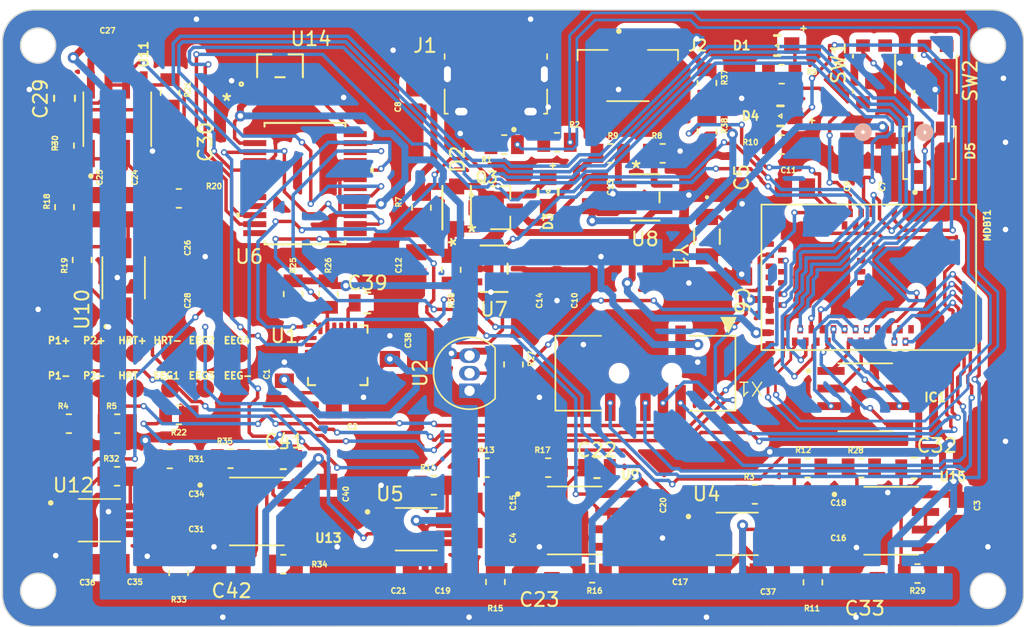
<source format=kicad_pcb>
(kicad_pcb (version 20221018) (generator pcbnew)
  (layers (0 "F.Cu" signal) (31 "B.Cu" signal) (34 "B.Paste" user) (35 "F.Paste" user) (36 "B.SilkS" user "B.Silkscreen") (37 "F.SilkS" user "F.Silkscreen") (38 "B.Mask" user) (39 "F.Mask" user) (44 "Edge.Cuts" user))
  (net 0 "")
  (net 1 "3.3V")
  (net 2 "GND")
  (net 3 "Net-(U1-REGOUT)")
  (net 4 "Net-(C15-Pad2)")
  (net 5 "Net-(C4-Pad2)")
  (net 6 "Net-(MDBT1-P0.00{slash}XL1)")
  (net 7 "Net-(MDBT1-P0.01{slash}XL2)")
  (net 8 "VBUS")
  (net 9 "/AREF")
  (net 10 "Net-(Q3-S)")
  (net 11 "VBAT")
  (net 12 "Net-(U9-IN1+)")
  (net 13 "Net-(C16-Pad1)")
  (net 14 "Net-(C16-Pad2)")
  (net 15 "Net-(U15-IN1+)")
  (net 16 "Net-(C22-Pad1)")
  (net 17 "/EEG2 OUT")
  (net 18 "Net-(U9-IN2+)")
  (net 19 "Net-(C24-Pad1)")
  (net 20 "Net-(C24-Pad2)")
  (net 21 "Net-(U11-IN1+)")
  (net 22 "Net-(C29-Pad1)")
  (net 23 "/EEG3 OUT")
  (net 24 "Net-(U11-IN2+)")
  (net 25 "Net-(C31-Pad1)")
  (net 26 "Net-(C31-Pad2)")
  (net 27 "Net-(C32-Pad1)")
  (net 28 "/EEG1 OUT")
  (net 29 "Net-(U15-IN2+)")
  (net 30 "Net-(U13-IN1+)")
  (net 31 "Net-(U1-CPOUT)")
  (net 32 "Net-(C41-Pad1)")
  (net 33 "/EEG4 OUT")
  (net 34 "Net-(U13-IN2+)")
  (net 36 "/NEOPIX")
  (net 37 "/QSPI_CS")
  (net 38 "/QSPI_DATA1")
  (net 39 "/QSPI_DATA2")
  (net 40 "/QSPI_DATA0")
  (net 41 "/QSPI_SCK")
  (net 42 "/QSPI_DATA3")
  (net 43 "Net-(J1-D-)")
  (net 44 "Net-(J1-D+)")
  (net 46 "/LED2")
  (net 47 "/ADC CS")
  (net 51 "/LED1")
  (net 52 "/A5")
  (net 53 "/VDIV")
  (net 54 "/A4")
  (net 55 "/A3")
  (net 56 "/A2")
  (net 57 "/D10")
  (net 58 "/D9")
  (net 59 "/A0")
  (net 60 "/A1")
  (net 61 "/D11")
  (net 62 "/D6")
  (net 63 "/D12")
  (net 64 "/D5")
  (net 65 "/D13")
  (net 66 "/SCL")
  (net 67 "/SDA")
  (net 68 "/DCCH")
  (net 69 "/SCK")
  (net 70 "/MOSI")
  (net 71 "/MISO")
  (net 72 "/RESET")
  (net 73 "/SWO")
  (net 74 "/RXD")
  (net 75 "/TXD")
  (net 76 "/SWITCH")
  (net 77 "/SWDIO")
  (net 79 "/SWCLK")
  (net 80 "/D2")
  (net 87 "Net-(R3-Pad1)")
  (net 88 "Net-(R3-Pad2)")
  (net 89 "Net-(D1-PadA)")
  (net 90 "/EN")
  (net 91 "Net-(U8-PROG)")
  (net 92 "Net-(D3-PadC)")
  (net 93 "Net-(U8-STAT)")
  (net 94 "Net-(D4-PadC)")
  (net 95 "Net-(U15-IN1-)")
  (net 96 "Net-(U9-IN1-)")
  (net 97 "Net-(R14-Pad1)")
  (net 98 "Net-(R14-Pad2)")
  (net 99 "Net-(U11-IN1-)")
  (net 100 "Net-(R19-Pad1)")
  (net 101 "Net-(R19-Pad2)")
  (net 102 "Net-(U13-IN1-)")
  (net 103 "Net-(R32-Pad1)")
  (net 104 "Net-(R32-Pad2)")
  (net 126 "/EEG1+")
  (net 128 "/EEG2+")
  (net 137 "/EEG3+")
  (net 139 "/EEG4+")
  (net 142 "Net-(U14-VOUT)")
  (net 143 "/USB_N")
  (net 144 "/USB_P")
  (footprint "Library:CAP_CL21_SAM" (layer "F.Cu") (at 169.8872 117.475)
    (fp_text reference "C22")
    (fp_text value "2.2nF")
  )
  (footprint "Library:WL-SMCW_0805" (layer "F.Cu") (at 166.37 97.57 90)
    (fp_text reference "D3")
    (fp_text value "ORANGE")
  )
  (footprint "Library:RESC2012X60N" (layer "F.Cu") (at 181.29 119.405)
    (fp_text reference "R3")
    (fp_text value "22")
  )
  (footprint "Library:CAP_CL21_SAM" (layer "F.Cu") (at 192.79 117.5)
    (fp_text reference "C32")
    (fp_text value "2.2nF")
  )
  (footprint "Library:CAPC2012X88N" (layer "F.Cu") (at 161.925 122.555 180)
    (fp_text reference "C4")
    (fp_text value "0.1μF")
  )
  (footprint "Library:CAP_0805J_AVX" (layer "F.Cu") (at 189.23 125.73)
    (fp_text reference "C33")
    (fp_text value "1nF")
  )
  (footprint "Library:CAPC2012X88N" (layer "F.Cu") (at 161.925 120.015 180)
    (fp_text reference "C15")
    (fp_text value "0.1μF")
  )
  (footprint "Library:CAPC2012X88N" (layer "F.Cu") (at 159.385 125.095)
    (fp_text reference "C19")
    (fp_text value "10μF")
  )
  (footprint "Library:CAPC2012X88N" (layer "F.Cu") (at 139.065 105.015 90)
    (fp_text reference "C28")
    (fp_text value "0.1μF")
  )
  (footprint "Library:CAPC2012X88N" (layer "F.Cu") (at 151.765 113.19434 180)
    (fp_text reference "C2")
    (fp_text value "0.1μF")
  )
  (footprint "Package_TO_SOT_THT:TO-92_Inline" (layer "F.Cu") (at 160.689117 111.92434 90)
    (fp_text reference "U2")
    (fp_text value "DS18B20")
  )
  (footprint "Library:RESC2012X60N" (layer "F.Cu") (at 150.495 104.93934 -90)
    (fp_text reference "R26")
    (fp_text value "4.7K")
  )
  (footprint "Library:CAP_CL21_SAM" (layer "F.Cu") (at 131.445 90.805 90)
    (fp_text reference "C29")
    (fp_text value "2.2nF")
  )
  (footprint "Library:RESC2012X60N" (layer "F.Cu") (at 185.485 125.755 -90)
    (fp_text reference "R11")
    (fp_text value "4.7K")
  )
  (footprint "Library:SOT-23-5_MC_MCH" (layer "F.Cu") (at 173.3804 97.95434)
    (fp_text reference "U8")
    (fp_text value "MCP73831T-2ACI/OT")
  )
  (footprint "Library:CAPC2012X95N" (layer "F.Cu") (at 147.32 110.31214 90)
    (fp_text reference "C1")
    (fp_text value "0.01μF")
  )
  (footprint "Library:RESC2012X60N" (layer "F.Cu") (at 139.7 113.665)
    (fp_text reference "R22")
    (fp_text value "4.7K")
  )
  (footprint "Library:RESC2012X60N" (layer "F.Cu") (at 170.849117 94.77934)
    (fp_text reference "R9")
    (fp_text value "1K")
  )
  (footprint "Library:SOT91P240X110-3N_DMG2305UX-7" (layer "F.Cu") (at 162.933317 98.70434)
    (fp_text reference "Q3")
    (fp_text value "DMG2305")
  )
  (footprint "Library:RESC2012X60N" (layer "F.Cu") (at 139.7 98.03)
    (fp_text reference "R20")
    (fp_text value "4.7K")
  )
  (footprint "Library:SOP65P490X110-8N" (layer "F.Cu") (at 156.845 121.92)
    (fp_text reference "U5")
    (fp_text value "INA333xxDGK")
  )
  (footprint "Library:CAPC2012X88N" (layer "F.Cu") (at 154.94 108.74934 -90)
    (fp_text reference "C38")
    (fp_text value "0.1μF")
  )
  (footprint "Library:RESC2012X60N" (layer "F.Cu") (at 161.925 117.475 180)
    (fp_text reference "R13")
    (fp_text value "2.2K")
  )
  (footprint "Library:WL-SMCW_0805" (layer "F.Cu") (at 182.904117 86.995)
    (fp_text reference "D1")
    (fp_text value "RED")
  )
  (footprint "Library:SOIC127P600X175-8N" (layer "F.Cu") (at 191.135 121.31)
    (fp_text reference "U15")
    (fp_text value "LM358DT")
  )
  (footprint "Library:SOP65P490X110-8N" (layer "F.Cu") (at 135.714201 103.76755 90)
    (fp_text reference "U10")
    (fp_text value "INA333xxDGK")
  )
  (footprint "Library:RESC2012X60N" (layer "F.Cu") (at 166.37 117.475)
    (fp_text reference "R17")
    (fp_text value "3.74K")
  )
  (footprint "Library:CAPC220145_88N_KEM" (layer "F.Cu") (at 180.374117 102.866541 -90)
    (fp_text reference "C6")
    (fp_text value "22pF")
  )
  (footprint "Library:RESC2012X60N" (layer "F.Cu") (at 132.715 102.475 90)
    (fp_text reference "R19")
    (fp_text value "22")
  )
  (footprint "Library:RESC2012X60N" (layer "F.Cu") (at 183.229117 89.06434)
    (fp_text reference "R6")
    (fp_text value "1K")
  )
  (footprint "Library:RESC2012X60N" (layer "F.Cu") (at 167.005 93.98)
    (fp_text reference "R2")
    (fp_text value "22")
  )
  (footprint "Library:RESC2012X60N" (layer "F.Cu") (at 147.24 124.4464)
    (fp_text reference "R34")
    (fp_text value "3.74K")
  )
  (footprint "Library:CAPC2012X88N" (layer "F.Cu") (at 178.115 125.12)
    (fp_text reference "C17")
    (fp_text value "0.1μF")
  )
  (footprint "Library:RESC2012X60N" (layer "F.Cu") (at 158.115 118.745)
    (fp_text reference "R14")
    (fp_text value "22")
  )
  (footprint "Library:CAPC2012X88N" (layer "F.Cu") (at 139.05 119.3664 180)
    (fp_text reference "C34")
    (fp_text value "0.1μF")
  )
  (footprint "Library:CAPC2012X88N" (layer "F.Cu") (at 185.1 122.58 180)
    (fp_text reference "C16")
    (fp_text value "0.1μF")
  )
  (footprint "Library:RESC2012X60N" (layer "F.Cu") (at 169.545 125.095)
    (fp_text reference "R16")
    (fp_text value "3.74K")
  )
  (footprint "Library:SOIC127P600X175-8N" (layer "F.Cu") (at 135.255 92.315 90)
    (fp_text reference "U11")
    (fp_text value "LM358DT")
  )
  (footprint "Library:CAPC2012X88N" (layer "F.Cu") (at 190.731617 94.73684 90)
    (fp_text reference "C7")
    (fp_text value "10uF")
  )
  (footprint "Library:CAPC220145_88N_KEM" (layer "F.Cu") (at 180.374117 99.22434 90)
    (fp_text reference "C5")
    (fp_text value "22pF")
  )
  (footprint "Library:MOLEX_0533980271" (layer "F.Cu") (at 172.119117 89.15934)
    (fp_text reference "J2")
    (fp_text value "0533980271")
  )
  (footprint "Library:RESC2012X60N" (layer "F.Cu") (at 135.255 114.3)
    (fp_text reference "R5")
    (fp_text value "4.7K")
  )
  (footprint "Library:RESC2012X60N" (layer "F.Cu") (at 159.368317 103.185 -90)
    (fp_text reference "R36")
    (fp_text value "100K")
  )
  (footprint "Library:RESC2012X60N" (layer "F.Cu") (at 188.98 117.5)
    (fp_text reference "R28")
    (fp_text value "3.74K")
  )
  (footprint "Library:CAP_0805J_AVX" (layer "F.Cu") (at 165.735 125.73)
    (fp_text reference "C23")
    (fp_text value "1nF")
  )
  (footprint "Library:RESC2012X60N" (layer "F.Cu") (at 131.445 94.22 90)
    (fp_text reference "R30")
    (fp_text value "3.74K")
  )
  (footprint "Library:CAPC2012X88N" (layer "F.Cu") (at 169.545 97.71434 -90)
    (fp_text reference "C13")
    (fp_text value "10uF")
  )
  (footprint "Library:WL-SMCW_0805" (layer "F.Cu") (at 183.134117 92.075)
    (fp_text reference "D4")
    (fp_text value "BLUE")
  )
  (footprint "Library:SOIC127P600X175-8N" (layer "F.Cu") (at 145.335 120.6364)
    (fp_text reference "U13")
    (fp_text value "LM358DT")
  )
  (footprint "Library:CAPC2012X88N" (layer "F.Cu") (at 132.635 124.4464 180)
    (fp_text reference "C36")
    (fp_text value "0.1μF")
  )
  (footprint "Library:SDO_SOD-123FL498_OSI" (layer "F.Cu") (at 159.758317 98.70434 90)
    (fp_text reference "D2")
    (fp_text value "MBR120")
  )
  (footprint "Library:CAPC2012X88N" (layer "F.Cu") (at 168.258317 102.79434 90)
    (fp_text reference "C10")
    (fp_text value "0.1uF")
  )
  (footprint "Library:RESC2012X60N" (layer "F.Cu") (at 183.229117 94.14434)
    (fp_text reference "R10")
    (fp_text value "1K")
  )
  (footprint "Library:RESC2012X60N" (layer "F.Cu") (at 143.43 116.8264)
    (fp_text reference "R35")
    (fp_text value "3.74K")
  )
  (footprint "Library:RESC2012X60N" (layer "F.Cu") (at 131.445 98.665 -90)
    (fp_text reference "R18")
    (fp_text value "2.2K")
  )
  (footprint "Library:CAPC2012X88N" (layer "F.Cu") (at 156.845 90.96934 90)
    (fp_text reference "C8")
    (fp_text value "10uF")
  )
  (footprint "Library:RESC2012X60N" (layer "F.Cu") (at 193.04 125.12)
    (fp_text reference "R29")
    (fp_text value "3.74K")
  )
  (footprint "Library:RESC2012X60N" (layer "F.Cu") (at 147.955 104.93934 -90)
    (fp_text reference "R25")
    (fp_text value "4.7K")
  )
  (footprint "Library:RESC2012X60N" (layer "F.Cu") (at 177.834117 93.19434 -90)
    (fp_text reference "R38")
    (fp_text value "100K")
  )
  (footprint "Library:MDBT50Q-U" (layer "F.Cu") (at 189.52 103.72934 -90)
    (fp_text reference "MDBT1")
    (fp_text value "MDBT50")
  )
  (footprint "Library:XTAL_SC32S-7PF20PPM_EPS" (layer "F.Cu") (at 177.834117 100.793742 -90)
    (fp_text reference "Y1")
    (fp_text value "32.768")
  )
  (footprint "Library:2X05_1.27MM_BOX_POSTS" (layer "F.Cu") (at 171.969117 110.49434 180)
    (fp_text reference "X1")
    (fp_text value "2x5 0.05\"")
  )
  (footprint "Library:KMR2_G_CNK" (layer "F.Cu") (at 194.344117 89.06434 90)
    (fp_text reference "SW2")
    (fp_text value "KMR223G LFG")
  )
  (footprint "Library:Sensors" (layer "F.Cu") (at 136.017 103.632)
    (fp_text reference "U3" hide)
    (fp_text value "~")
  )
  (footprint "Library:RESC2012X60N" (layer "F.Cu") (at 135.24 118.0964)
    (fp_text reference "R32")
    (fp_text value "22")
  )
  (footprint "Library:RESC2012X60N" (layer "F.Cu") (at 139.685 125.0814 -90)
    (fp_text reference "R33")
    (fp_text value "4.7K")
  )
  (footprint "Library:RESC2012X60N" (layer "F.Cu") (at 185.1 117.5 180)
    (fp_text reference "R12")
    (fp_text value "2.2K")
  )
  (footprint "Library:RESC2012X60N" (layer "F.Cu") (at 163.864117 110.01934 -90)
    (fp_text reference "R27")
    (fp_text value "4.7K")
  )
  (footprint "Library:CAPC2012X88N" (layer "F.Cu") (at 173.355 120.65 -90)
    (fp_text reference "C20")
    (fp_text value "0.1μF")
  )
  (footprint "Library:RESC2012X60N" (layer "F.Cu") (at 157.218317 98.70434 -90)
    (fp_text reference "R7")
    (fp_text value "100K")
  )
  (footprint "Library:CAPC2012X88N" (layer "F.Cu") (at 185.1 120.04 180)
    (fp_text reference "C18")
    (fp_text value "0.1μF")
  )
  (footprint "Library:KMR2_G_CNK" (layer "F.Cu") (at 189.899117 89.044998 90)
    (fp_text reference "SW1")
    (fp_text value "KMR223G LFG")
  )
  (footprint "Sensor_Motion:InvenSense_QFN-24_4x4mm_P0.5mm" (layer "F.Cu") (at 151.175 109.36434)
    (fp_text reference "U1")
    (fp_text value "MPU-6050")
  )
  (footprint "Library:RESC2012X60N" (layer "F.Cu") (at 174.633717 94.77934)
    (fp_text reference "R8")
    (fp_text value "4.7K")
  )
  (footprint "Library:CAPC2012X88N" (layer "F.Cu") (at 196.03 120.675 -90)
    (fp_text reference "C3")
    (fp_text value "0.1μF")
  )
  (footprint "Library:SOIC127P600X175-8N" (layer "F.Cu") (at 189.264117 112.395)
    (fp_text reference "IC1")
    (fp_text value "GD25Q16")
  )
  (footprint "Library:CAPC2012X88N" (layer "F.Cu") (at 136.445 124.4464)
    (fp_text reference "C35")
    (fp_text value "10μF")
  )
  (footprint "Library:CAPC2012X88N" (layer "F.Cu") (at 150.415 119.3664 90)
    (fp_text reference "C40")
    (fp_text value "0.1μF")
  )
  (footprint "Library:RESC2012X60N" (layer "F.Cu") (at 139.065 90.41 90)
    (fp_text reference "R21")
    (fp_text value "3.74K")
  )
  (footprint "Library:CAPC2012X88N" (layer "F.Cu") (at 188.191617 94.73684 90)
    (fp_text reference "C9")
    (fp_text value "0.1uF")
  )
  (footprint "Library:SOP65P490X110-8N" (layer "F.Cu") (at 133.97 121.2714)
    (fp_text reference "U12")
    (fp_text value "INA333xxDGK")
  )
  (footprint "Library:CAPC2012X88N" (layer "F.Cu") (at 165.718317 102.79434 90)
    (fp_text reference "C14")
    (fp_text value "10uF")
  )
  (footprint "Library:CAPC2012X88N" (layer "F.Cu") (at 182.375 125.12 180)
    (fp_text reference "C37")
    (fp_text value "10μF")
  )
  (footprint "Library:SOIC127P600X175-8N" (layer "F.Cu") (at 168.275 121.285)
    (fp_text reference "U9")
    (fp_text value "LM358DT")
  )
  (footprint "Library:CAP_0805J_AVX" (layer "F.Cu") (at 139.7 93.9533 90)
    (fp_text reference "C30")
    (fp_text value "1nF")
  )
  (footprint "Library:CAP_CL21_SAM" (layer "F.Cu") (at 153.3278 105.57434)
    (fp_text reference "C39")
    (fp_text value "2.2nF")
  )
  (footprint "Library:RESC2012X60N" (layer "F.Cu") (at 177.834117 89.69934 -90)
    (fp_text reference "R37")
    (fp_text value "100K")
  )
  (footprint "Library:RESC2012X60N" (layer "F.Cu") (at 162.56 125.73 -90)
    (fp_text reference "R15")
    (fp_text value "4.7K")
  )
  (footprint "Library:CIR-SSOP-24" (layer "F.Cu") (at 148.808267 96.964339)
    (fp_text reference "U6")
    (fp_text value "CS5523-ASZ")
  )
  (footprint "Library:RESC2012X60N" (layer "F.Cu") (at 163.195 94.14434)
    (fp_text reference "R1")
    (fp_text value "22")
  )
  (footprint "Library:2659" (layer "F.Cu") (at 193.906617 94.73684 90)
    (fp_text reference "D5")
    (fp_text value "2659")
  )
  (footprint "Library:P3_064_INR" (layer "F.Cu") (at 147.004999 88.4555)
    (fp_text reference "U14")
    (fp_text value "ISL21080DIH309Z-TK")
  )
  (footprint "Library:RESC2012X60N" (layer "F.Cu") (at 139.05 116.84 180)
    (fp_text reference "R31")
    (fp_text value "2.2K")
  )
  (footprint "Library:CAPC2012X88N" (layer "F.Cu") (at 135.015 87.235)
    (fp_text reference "C27")
    (fp_text value "0.1μF")
  )
  (footprint "Library:CAPC2012X88N" (layer "F.Cu") (at 156.845 102.79434 90)
    (fp_text reference "C12")
    (fp_text value "10uF")
  )
  (footprint "Library:CAPC2012X88N" (layer "F.Cu") (at 139.05 121.9064 180)
    (fp_text reference "C31")
    (fp_text value "0.1μF")
  )
  (footprint "Library:CAPC2012X88N" (layer "F.Cu") (at 184.184117 97.31934)
    (fp_text reference "C11")
    (fp_text value "0.1uF")
  )
  (footprint "Library:AMPHENOL_10118194-0001LF" (layer "F.Cu") (at 162.593317 89.06434 180)
    (fp_text reference "J1")
    (fp_text value "10118194-0001LF")
  )
  (footprint "Library:CAPC2012X88N" (layer "F.Cu") (at 133.985 98.665 -90)
    (fp_text reference "C25")
    (fp_text value "0.1μF")
  )
  (footprint "Library:RESC2012X60N" (layer "F.Cu") (at 131.76 114.3)
    (fp_text reference "R4")
    (fp_text value "4.7K")
  )
  (footprint "Library:CAPC2012X88N" (layer "F.Cu") (at 155.575 125.095)
    (fp_text reference "C21")
    (fp_text value "0.1μF")
  )
  (footprint "Library:CAPC2012X88N" (layer "F.Cu") (at 136.525 98.665 -90)
    (fp_text reference "C24")
    (fp_text value "0.1μF")
  )
  (footprint "Library:SOT_RG1_DIO" (layer "F.Cu") (at 162.460767 103.109341)
    (fp_text reference "U7")
    (fp_text value "AP2112(3.3V)" hide)
  )
  (footprint "Library:SOP65P490X110-8N" (layer "F.Cu") (at 180.02 122.255)
    (fp_text reference "U4")
    (fp_text value "INA333xxDGK")
  )
  (footprint "Library:CAP_CL21_SAM" (layer "F.Cu") (at 147.24 116.8264)
    (fp_text reference "C41")
    (fp_text value "2.2nF")
  )
  (footprint "Library:CAP_0805J_AVX" (layer "F.Cu") (at 143.43 125.095)
    (fp_text reference "C42")
    (fp_text value "1nF")
  )
  (footprint "Library:CAPC2012X88N" (layer "F.Cu") (at 139.065 101.205 90)
    (fp_text reference "C26")
    (fp_text value "10μF")
  )
  (gr_line (start 129.253939 84.419414) (end 198.406061 84.419414) (stroke (width 0.1)) (layer "Edge.Cuts"))
  (gr_circle (center 198.12 86.995) (end 198.12 88.265) (stroke (width 0.1)) (fill none) (layer "Edge.Cuts"))
  (gr_line (start 198.406061 128.905) (end 129.253939 128.940586) (stroke (width 0.1)) (layer "Edge.Cuts"))
  (gr_circle (center 129.54 126.365) (end 129.54 127.635) (stroke (width 0.1)) (fill none) (layer "Edge.Cuts"))
  (gr_arc (start 129.253939 128.940586) (mid 127.635 128.27) (end 126.964414 126.651061) (stroke (width 0.1)) (layer "Edge.Cuts"))
  (gr_circle (center 129.54 86.995) (end 129.54 88.265) (stroke (width 0.1)) (fill none) (layer "Edge.Cuts"))
  (gr_circle (center 198.12 126.365) (end 198.12 127.635) (stroke (width 0.1)) (fill none) (layer "Edge.Cuts"))
  (gr_line (start 126.964414 126.651061) (end 126.964414 86.708939) (stroke (width 0.1)) (layer "Edge.Cuts"))
  (gr_line (start 200.695586 86.708939) (end 200.695586 126.615475) (stroke (width 0.1)) (layer "Edge.Cuts"))
  (gr_arc (start 200.695586 126.615475) (mid 200.025 128.234414) (end 198.406061 128.905) (stroke (width 0.1)) (layer "Edge.Cuts"))
  (gr_arc (start 198.406061 84.419414) (mid 200.025 85.09) (end 200.695586 86.708939) (stroke (width 0.1)) (layer "Edge.Cuts"))
  (gr_arc (start 126.964414 86.708939) (mid 127.635 85.09) (end 129.253939 84.419414) (stroke (width 0.1)) (layer "Edge.Cuts"))
  (gr_text "HRT-" (at 137.795 108.585) (layer "F.SilkS") (effects (font (size 0.5 0.5) (thickness 0.125)) (justify left bottom)))
  (gr_text "P1-\n" (at 130.175 111.125) (layer "F.SilkS") (effects (font (size 0.5 0.5) (thickness 0.125)) (justify left bottom)))
  (gr_text "P1+\n" (at 130.175 108.585) (layer "F.SilkS") (effects (font (size 0.5 0.5) (thickness 0.125)) (justify left bottom)))
  (gr_text "HRT" (at 135.255 111.125) (layer "F.SilkS") (effects (font (size 0.5 0.5) (thickness 0.125)) (justify left bottom)))
  (gr_text "EEG-" (at 142.875 111.125) (layer "F.SilkS") (effects (font (size 0.5 0.5) (thickness 0.125)) (justify left bottom)))
  (gr_text "P2-\n" (at 132.715 111.125) (layer "F.SilkS") (effects (font (size 0.5 0.5) (thickness 0.125)) (justify left bottom)))
  (gr_text "EEG1" (at 137.795 111.125) (layer "F.SilkS") (effects (font (size 0.5 0.5) (thickness 0.125)) (justify left bottom)))
  (gr_text "EEG4" (at 142.875 108.585) (layer "F.SilkS") (effects (font (size 0.5 0.5) (thickness 0.125)) (justify left bottom)))
  (gr_text "EEG3" (at 140.335 111.125) (layer "F.SilkS") (effects (font (size 0.5 0.5) (thickness 0.125)) (justify left bottom)))
  (gr_text "HRT+" (at 135.255 108.585) (layer "F.SilkS") (effects (font (size 0.5 0.5) (thickness 0.125)) (justify left bottom)))
  (gr_text "EEG2" (at 140.335 108.585) (layer "F.SilkS") (effects (font (size 0.5 0.5) (thickness 0.125)) (justify left bottom)))
  (gr_text "P2+\n" (at 132.715 108.585) (layer "F.SilkS") (effects (font (size 0.5 0.5) (thickness 0.125)) (justify left bottom)))
  (segment (start 133.35 88.025) (end 134.14 87.235) (width 0.5) (layer "F.Cu") (net 1))
  (segment (start 136.130517 103.11) (end 136.525 103.11) (width 0.25) (layer "F.Cu") (net 1))
  (segment (start 144.145 91.444998) (end 146.054998 89.535) (width 0.5) (layer "F.Cu") (net 1))
  (segment (start 135.389201 101.61755) (end 135.389201 103.610799) (width 0.25) (layer "F.Cu") (net 1))
  (segment (start 137.795 103.11) (end 138.035 103.11) (width 0.5) (layer "F.Cu") (net 1))
  (segment (start 134.9164 120.9464) (end 134.62 120.65) (width 0.25) (layer "F.Cu") (net 1))
  (segment (start 138.035 103.11) (end 139.065 102.08) (width 0.5) (layer "F.Cu") (net 1))
  (segment (start 150.84 104.32934) (end 150.495 103.98434) (width 0.5) (layer "F.Cu") (net 1))
  (segment (start 180.96566 105.32934) (end 182.37 105.32934) (width 0.5) (layer "F.Cu") (net 1))
  (segment (start 150.217764 112.06434) (end 150.425 111.857104) (width 0.25) (layer "F.Cu") (net 1))
  (segment (start 131.445 109.22) (end 132.715 109.22) (width 0.5) (layer "F.Cu") (net 1))
  (segment (start 182.37 105.32934) (end 182.37 106.12934) (width 0.5) (layer "F.Cu") (net 1))
  (segment (start 144.145 92.075) (end 144.145 91.444998) (width 0.5) (layer "F.Cu") (net 1))
  (segment (start 178.99 125.12) (end 180.405 123.705) (width 0.5) (layer "F.Cu") (net 1))
  (segment (start 156.845 121.285) (end 157.48 121.92) (width 0.5) (layer "F.Cu") (net 1))
  (segment (start 132.715 87.235) (end 132.08 87.87) (width 0.5) (layer "F.Cu") (net 1))
  (segment (start 134.62 124.4464) (end 133.51 124.4464) (width 0.5) (layer "F.Cu") (net 1))
  (segment (start 196.03 118.84) (end 195.645 118.455) (width 0.5) (layer "F.Cu") (net 1))
  (segment (start 181.135 123.92) (end 180.405 123.19) (width 0.5) (layer "F.Cu") (net 1))
  (segment (start 154.94 109.62434) (end 153.95 110.61434) (width 0.25) (layer "F.Cu") (net 1))
  (segment (start 190.5 92.71) (end 190.5 92.858838) (width 0.5) (layer "F.Cu") (net 1))
  (segment (start 136.525 103.11) (end 137.795 103.11) (width 0.5) (layer "F.Cu") (net 1))
  (segment (start 194.3944 116.01) (end 193.2 116.01) (width 0.5) (layer "F.Cu") (net 1))
  (segment (start 134.14 87.235) (end 132.715 87.235) (width 0.5) (layer "F.Cu") (net 1))
  (segment (start 170.75 119.38) (end 172.96 119.38) (width 0.5) (layer "F.Cu") (net 1))
  (segment (start 175.929117 108.50434) (end 177.08434 108.50434) (width 0.5) (layer "F.Cu") (net 1))
  (segment (start 132.715 109.22) (end 134.62 107.315) (width 0.5) (layer "F.Cu") (net 1))
  (segment (start 193.124117 110.711917) (end 192.9022 110.49) (width 0.5) (layer "F.Cu") (net 1))
  (segment (start 135.389201 103.610799) (end 135.255 103.745) (width 0.25) (layer "F.Cu") (net 1))
  (segment (start 180.705 121.93) (end 180.405 121.63) (width 0.25) (layer "F.Cu") (net 1))
  (segment (start 156.45 125.095) (end 158.51 125.095) (width 0.5) (layer "F.Cu") (net 1))
  (segment (start 180.405 123.705) (end 180.405 123.19) (width 0.5) (layer "F.Cu") (net 1))
  (segment (start 148.05 118.4914) (end 147.81 118.7314) (width 0.5) (layer "F.Cu") (net 1))
  (segment (start 144.100567 94.039339) (end 143.728267 93.667039) (width 0.25) (layer "F.Cu") (net 1))
  (segment (start 173.355 119.775) (end 173.355 118.745) (width 0.5) (layer "F.Cu") (net 1))
  (segment (start 136.12 120.9464) (end 134.9164 120.9464) (width 0.25) (layer "F.Cu") (net 1))
  (segment (start 163.864117 109.06434) (end 161.009117 109.06434) (width 0.5) (layer "F.Cu") (net 1))
  (segment (start 143.728267 92.491733) (end 144.145 92.075) (width 0.25) (layer "F.Cu") (net 1))
  (segment (start 150.495 103.98434) (end 148.59 103.98434) (width 0.5) (layer "F.Cu") (net 1))
  (segment (start 147.32 111.125) (end 147.24486 111.125) (width 0.25) (layer "F.Cu") (net 1))
  (segment (start 148.1842 112.06434) (end 150.217764 112.06434) (width 0.25) (layer "F.Cu") (net 1))
  (segment (start 180.935 105.36) (end 180.96566 105.32934) (width 0.5) (layer "F.Cu") (net 1))
  (segment (start 150.415 118.4914) (end 148.05 118.4914) (width 0.5) (layer "F.Cu") (net 1))
  (segment (start 193.124117 115.934117) (end 193.124117 110.711917) (width 0.5) (layer "F.Cu") (net 1))
  (segment (start 190.731617 92.941617) (end 190.5 92.71) (width 0.5) (layer "F.Cu") (net 1))
  (segment (start 161.009117 109.06434) (end 160.689117 109.38434) (width 0.5) (layer "F.Cu") (net 1))
  (segment (start 151.765 104.32934) (end 150.84 104.32934) (width 0.5) (layer "F.Cu") (net 1))
  (segment (start 195.635 119.405) (end 196.03 119.8) (width 0.5) (layer "F.Cu") (net 1))
  (segment (start 182.515 123.92) (end 183.25 124.655) (width 0.5) (layer "F.Cu") (net 1))
  (segment (start 190.731617 93.86184) (end 190.731617 92.941617) (width 0.5) (layer "F.Cu") (net 1))
  (segment (start 134.62 124.4464) (end 134.62 120.65) (width 0.5) (layer "F.Cu") (net 1))
  (segment (start 154.14066 98.58934) (end 154.305 98.425) (width 0.25) (layer "F.Cu") (net 1))
  (segment (start 135.89 103.11) (end 136.525 103.11) (width 0.5) (layer "F.Cu") (net 1))
  (segment (start 182.17 121.93) (end 180.705 121.93) (width 0.25) (layer "F.Cu") (net 1))
  (segment (start 159.54934 109.38434) (end 159.385 109.22) (width 0.5) (layer "F.Cu") (net 1))
  (segment (start 194.8434 117.6534) (end 194.8434 116.459) (width 0.5) (layer "F.Cu") (net 1))
  (segment (start 152.434117 98.58934) (end 154.14066 98.58934) (width 0.25) (layer "F.Cu") (net 1))
  (segment (start 135.255 103.745) (end 135.89 103.11) (width 0.5) (layer "F.Cu") (net 1))
  (segment (start 190.731617 93.86184) (end 192.156617 93.86184) (width 0.5) (layer "F.Cu") (net 1))
  (segment (start 147.24486 111.125) (end 147.32 111.20014) (width 0.25) (layer "F.Cu") (net 1))
  (segment (start 193.61 119.405) (end 195.635 119.405) (width 0.5) (layer "F.Cu") (net 1))
  (segment (start 182.515 123.92) (end 181.135 123.92) (width 0.5) (layer "F.Cu") (net 1))
  (segment (start 150.415 117.4614) (end 149.78 116.8264) (width 0.5) (layer "F.Cu") (net 1))
  (segment (start 177.08434 108.50434) (end 177.165 108.585) (width 0.25) (layer "F.Cu") (net 1))
  (segment (start 192.156617 93.86184) (end 193.031617 92.98684) (width 0.5) (layer "F.Cu") (net 1))
  (segment (start 157.48 121.92) (end 157.48 125.095) (width 0.5) (layer "F.Cu") (net 1))
  (segment (start 158.995 121.595) (end 157.805 121.595) (width 0.25) (layer "F.Cu") (net 1))
  (segment (start 157.48 125.095) (end 158.51 125.095) (width 0.5) (layer "F.Cu") (net 1))
  (segment (start 160.689117 109.38434) (end 159.54934 109.38434) (width 0.5) (layer "F.Cu") (net 1))
  (segment (start 150.425 111.857104) (end 150.425 111.31434) (width 0.25) (layer "F.Cu") (net 1))
  (segment (start 195.645 118.455) (end 194.8434 117.6534) (width 0.5) (layer "F.Cu") (net 1))
  (segment (start 153.95 110.61434) (end 153.125 110.61434) (width 0.25) (layer "F.Cu") (net 1))
  (segment (start 188.191617 93.86184) (end 190.731617 93.86184) (width 0.5) (layer "F.Cu") (net 1))
  (segment (start 133.35 89.84) (end 133.35 88.025) (width 0.5) (layer "F.Cu") (net 1))
  (segment (start 168.258317 101.91934) (end 169.86434 101.91934) (width 0.5) (layer "F.Cu") (net 1))
  (segment (start 132.715 109.22) (end 136.525 109.22) (width 0.5) (layer "F.Cu") (net 1))
  (segment (start 192.9022 110.49) (end 191.739117 110.49) (width 0.5) (layer "F.Cu") (net 1))
  (segment (start 169.86434 101.91934) (end 170.18 102.235) (width 0.5) (layer "F.Cu") (net 1))
  (segment (start 145.182417 94.039339) (end 144.100567 94.039339) (width 0.25) (layer "F.Cu") (net 1))
  (segment (start 143.728267 93.667039) (end 143.728267 92.491733) (width 0.25) (layer "F.Cu") (net 1))
  (segment (start 135.57 124.4464) (end 134.62 124.4464) (width 0.5) (layer "F.Cu") (net 1))
  (segment (start 180.405 123.19) (end 180.405 121.63) (width 0.5) (layer "F.Cu") (net 1))
  (segment (start 157.805 121.595) (end 157.48 121.92) (width 0.25) (layer "F.Cu") (net 1))
  (segment (start 196.03 119.8) (end 196.03 118.84) (width 0.5) (layer "F.Cu") (net 1))
  (segment (start 194.8434 116.459) (end 194.3944 116.01) (width 0.5) (layer "F.Cu") (net 1))
  (segment (start 173.355 118.745) (end 172.72 118.11) (width 0.5) (layer "F.Cu") (net 1))
  (segment (start 193.2 116.01) (end 193.124117 115.934117) (width 0.5) (layer "F.Cu") (net 1))
  (segment (start 163.813317 102.15934) (end 168.018317 102.15934) (width 0.5) (layer "F.Cu") (net 1))
  (segment (start 138.035 103.11) (end 139.065 104.14) (width 0.5) (layer "F.Cu") (net 1))
  (segment (start 148.115 111.99514) (end 147.32 111.20014) (width 0.25) (layer "F.Cu") (net 1))
  (segment (start 147.32 111.20014) (end 147.32 111.125) (width 0.25) (layer "F.Cu") (net 1))
  (segment (start 150.415 118.4914) (end 150.415 117.4614) (width 0.5) (layer "F.Cu") (net 1))
  (via (at 154.305 98.425) (size 0.8) (drill 0.4) (layers "F.Cu" "B.Cu") (net 1))
  (via (at 149.78 116.8264) (size 0.8) (drill 0.4) (layers "F.Cu" "B.Cu") (net 1))
  (via (at 134.62 120.65) (size 0.8) (drill 0.4) (layers "F.Cu" "B.Cu") (net 1))
  (via (at 195.645 118.455) (size 0.8) (drill 0.4) (layers "F.Cu" "B.Cu") (net 1))
  (via (at 156.845 121.285) (size 0.8) (drill 0.4) (layers "F.Cu" "B.Cu") (net 1))
  (via (at 135.255 103.745) (size 0.8) (drill 0.4) (layers "F.Cu" "B.Cu") (net 1))
  (via (at 180.405 121.63) (size 0.8) (drill 0.4) (layers "F.Cu" "B.Cu") (net 1))
  (via (at 180.935 105.36) (size 0.8) (drill 0.4) (layers "F.Cu" "B.Cu") (net 1))
  (via (at 172.72 118.11) (size 0.8) (drill 0.4) (layers "F.Cu" "B.Cu") (net 1))
  (via (at 154.94 109.62434) (size 0.8) (drill 0.4) (layers "F.Cu" "B.Cu") (net 1))
  (via (at 147.32 111.125) (size 0.8) (drill 0.4) (layers "F.Cu" "B.Cu") (net 1))
  (via (at 151.765 104.32934) (size 0.8) (drill 0.4) (layers "F.Cu" "B.Cu") (net 1))
  (via (at 170.18 102.235) (size 0.8) (drill 0.4) (layers "F.Cu" "B.Cu") (net 1))
  (via (at 132.08 87.87) (size 0.8) (drill 0.4) (layers "F.Cu" "B.Cu") (net 1))
  (via (at 159.385 109.22) (size 0.8) (drill 0.4) (layers "F.Cu" "B.Cu") (net 1))
  (via (at 134.62 107.315) (size 0.8) (drill 0.4) (layers "F.Cu" "B.Cu") (net 1))
  (via (at 177.165 108.585) (size 0.8) (drill 0.4) (layers "F.Cu" "B.Cu") (net 1))
  (via (at 144.145 92.075) (size 0.8) (drill 0.4) (layers "F.Cu" "B.Cu") (net 1))
  (via (at 190.5 92.858838) (size 0.8) (drill 0.4) (layers "F.Cu" "B.Cu") (net 1))
  (segment (start 170.18 104.56) (end 170.18 102.235) (width 0.5) (layer "B.Cu") (net 1))
  (segment (start 159.385 104.14) (end 160.655 104.14) (width 0.5) (layer "B.Cu") (net 1))
  (segment (start 145.97 120.6364) (end 145.97 125.65) (width 0.5) (layer "B.Cu") (net 1))
  (segment (start 180.935 105.36) (end 180.925 105.36) (width 0.5) (layer "B.Cu") (net 1))
  (segment (start 195.645 118.455) (end 195.645 120.585) (width 0.5) (layer "B.Cu") (net 1))
  (segment (start 170.532082 104.56) (end 170.18 104.56) (width 0.5) (layer "B.Cu") (net 1))
  (segment (start 156.025 96.705) (end 156.025 94.322538) (width 0.5) (layer "B.Cu") (net 1))
  (segment (start 181.615 95.624045) (end 184.380207 92.858838) (width 0.5) (layer "B.Cu") (net 1))
  (segment (start 151.765 104.32934) (end 159.19566 104.32934) (width 0.5) (layer "B.Cu") (net 1))
  (segment (start 193.265 122.965) (end 191.135 122.965) (width 0.5) (layer "B.Cu") (net 1))
  (segment (start 175.26 102.235) (end 181.615 95.88) (width 0.5) (layer "B.Cu") (net 1))
  (segment (start 174.625 102.235) (end 170.18 102.235) (width 0.5) (layer "B.Cu") (net 1))
  (segment (start 173.99 108.585) (end 171.03 105.625) (width 0.5) (layer "B.Cu") (net 1))
  (segment (start 158.696782 96.683595) (end 158.696782 97.101782) (width 0.5) (layer "B.Cu") (net 1))
  (segment (start 184.380207 92.858838) (end 190.5 92.858838) (width 0.5) (layer "B.Cu") (net 1))
  (segment (start 174.625 102.235) (end 175.26 102.235) (width 0.5) (layer "B.Cu") (net 1))
  (segment (start 180.405 121.63) (end 180.405 125.665) (width 0.5) (layer "B.Cu") (net 1))
  (segment (start 158.696782 97.101782) (end 160.02 98.425) (width 0.5) (layer "B.Cu") (net 1))
  (segment (start 177.165 108.585) (end 173.99 108.585) (width 0.5) (layer "B.Cu") (net 1))
  (segment (start 155.34434 109.62434) (end 156.21 110.49) (width 0.5) (layer "B.Cu") (net 1))
  (segment (start 169.545 125.095) (end 170.18 125.73) (width 0.5) (layer "B.Cu") (net 1))
  (segment (start 171.03 105.057918) (end 170.532082 104.56) (width 0.5) (layer "B.Cu") (net 1))
  (segment (start 156.845 111.76) (end 154.94 113.665) (width 0.5) (layer "B.Cu") (net 1))
  (segment (start 154.94 113.665) (end 149.86 113.665) (width 0.5) (layer "B.Cu") (net 1))
  (segment (start 132.08 87.87) (end 135.255 91.045) (width 0.5) (layer "B.Cu") (net 1))
  (segment (start 181.615 95.88) (end 181.615 95.624045) (width 0.5) (layer "B.Cu") (net 1))
  (segment (start 157.995097 95.25) (end 158.801782 96.056685) (width 0.5) (layer "B.Cu") (net 1))
  (segment (start 156.845 121.285) (end 159.385 121.285) (width 0.5) (layer "B.Cu") (net 1))
  (segment (start 169.545 121.285) (end 169.545 125.095) (width 0.5) (layer "B.Cu") (net 1))
  (segment (start 144.145 92.075) (end 153.035 92.075) (width 0.5) (layer "B.Cu") (net 1))
  (segment (start 158.801782 96.056685) (end 158.801782 96.578595) (width 0.5) (layer "B.Cu") (net 1))
  (segment (start 180.405 125.665) (end 180.34 125.73) (width 0.5) (layer "B.Cu") (net 1))
  (segment (start 195.645 120.585) (end 193.265 122.965) (width 0.5) (layer "B.Cu") (net 1))
  (segment (start 153.035 92.075) (end 154.305 93.345) (width 0.5) (layer "B.Cu") (net 1))
  (segment (start 180.925 105.36) (end 177.8 102.235) (width 0.5) (layer "B.Cu") (net 1))
  (segment (start 154.94 109.62434) (end 155.34434 109.62434) (width 0.5) (layer "B.Cu") (net 1))
  (segment (start 172.72 118.11) (end 169.545 121.285) (width 0.5) (layer "B.Cu") (net 1))
  (segment (start 149.78 116.8264) (end 145.97 120.6364) (width 0.5) (layer "B.Cu") (net 1))
  (segment (start 155.047462 93.345) (end 154.305 93.345) (width 0.5) (layer "B.Cu") (net 1))
  (segment (start 191.135 122.965) (end 191.135 125.73) (width 0.5) (layer "B.Cu") (net 1))
  (segment (start 156.845 110.49) (end 156.845 111.76) (width 0.5) (layer "B.Cu") (net 1))
  (segment (start 156.21 110.49) (end 156.845 110.49) (width 0.5) (layer "B.Cu") (net 1))
  (segment (start 149.86 113.665) (end 147.32 111.125) (width 0.5) (layer "B.Cu") (net 1))
  (segment (start 156.845 110.49) (end 158.115 110.49) (width 0.5) (layer "B.Cu") (net 1))
  (segment (start 156.025 94.322538) (end 155.047462 93.345) (width 0.5) (layer "B.Cu") (net 1))
  (segment (start 191.135 122.965) (end 195.645 118.455) (width 0.5) (layer "B.Cu") (net 1))
  (segment (start 171.03 105.625) (end 171.03 105.057918) (width 0.5) (layer "B.Cu") (net 1))
  (segment (start 156.025 95.25) (end 157.995097 95.25) (width 0.5) (layer "B.Cu") (net 1))
  (segment (start 159.19566 104.32934) (end 159.385 104.14) (width 0.5) (layer "B.Cu") (net 1))
  (segment (start 145.97 125.65) (end 146.05 125.73) (width 0.5) (layer "B.Cu") (net 1))
  (segment (start 177.8 102.235) (end 174.625 102.235) (width 0.5) (layer "B.Cu") (net 1))
  (segment (start 160.02 98.425) (end 160.02 101.6) (width 0.5) (layer "B.Cu") (net 1))
  (segment (start 154.305 98.425) (end 156.025 96.705) (width 0.5) (layer "B.Cu") (net 1))
  (segment (start 158.801782 96.578595) (end 158.696782 96.683595) (width 0.5) (layer "B.Cu") (net 1))
  (segment (start 150.584341 95.339341) (end 150.495 95.25) (width 0.25) (layer "F.Cu") (net 2))
  (segment (start 146.264267 95.339338) (end 145.182417 95.339338) (width 0.25) (layer "F.Cu") (net 2))
  (segment (start 177.87 123.23) (end 178.604999 123.23) (width 0.25) (layer "F.Cu") (net 2))
  (segment (start 135.389201 105.182551) (end 135.796752 104.775) (width 0.25) (layer "F.Cu") (net 2))
  (segment (start 149.225 108.11434) (end 148.42566 108.11434) (width 0.25) (layer "F.Cu") (net 2))
  (segment (start 178.88 122.205001) (end 178.604999 121.93) (width 0.25) (layer "F.Cu") (net 2))
  (segment (start 132.83 121.971399) (end 132.554999 122.2464) (width 0.25) (layer "F.Cu") (net 2))
  (segment (start 178.604999 121.93) (end 177.87 121.93) (width 0.25) (layer "F.Cu") (net 2))
  (segment (start 151.327267 99.08024) (end 151.327267 96.664341) (width 0.25) (layer "F.Cu") (net 2))
  (segment (start 152.434117 99.239338) (end 151.486365 99.239338) (width 0.25) (layer "F.Cu") (net 2))
  (segment (start 131.82 120.9464) (end 132.500424 120.9464) (width 0.25) (layer "F.Cu") (net 2))
  (segment (start 155.375424 121.595) (end 155.705 121.924576) (width 0.25) (layer "F.Cu") (net 2))
  (segment (start 146.685 94.918605) (end 146.685 93.810073) (width 0.25) (layer "F.Cu") (net 2))
  (segment (start 151.352267 96.639341) (end 152.434117 96.639341) (width 0.25) (layer "F.Cu") (net 2))
  (segment (start 135.389201 105.91755) (end 135.389201 105.182551) (width 0.25) (layer "F.Cu") (net 2))
  (segment (start 169.86434 96.83934) (end 170.97934 97.95434) (width 0.5) (layer "F.Cu") (net 2))
  (segment (start 151.352267 95.339341) (end 152.434117 95.339341) (width 0.25) (layer "F.Cu") (net 2))
  (segment (start 151.352267 95.339341) (end 151.327267 95.364341) (width 0.25) (layer "F.Cu") (net 2))
  (segment (start 153.28934 107.95) (end 153.67 107.95) (width 0.25) (layer "F.Cu") (net 2))
  (segment (start 151.486365 99.239338) (end 151.327267 99.08024) (width 0.25) (layer "F.Cu") (net 2))
  (segment (start 153.125 108.11434) (end 153.28934 107.95) (width 0.25) (layer "F.Cu") (net 2))
  (segment (start 146.289267 96.614338) (end 146.289267 95.364338) (width 0.25) (layer "F.Cu") (net 2))
  (segment (start 146.685 93.810073) (end 146.264267 93.38934) (width 0.25) (layer "F.Cu") (net 2))
  (segment (start 153.610659 94.039341) (end 152.434117 94.039341) (width 0.25) (layer "F.Cu") (net 2))
  (segment (start 151.925 111.31434) (end 151.925 112.47934) (width 0.25) (layer "F.Cu") (net 2))
  (segment (start 148.42566 108.11434) (end 147.955 108.585) (width 0.25) (layer "F.Cu") (net 2))
  (segment (start 145.182417 96.639338) (end 146.264267 96.639338) (width 0.25) (layer "F.Cu") (net 2))
  (segment (start 154.695 121.595) (end 155.375424 121.595) (width 0.25) (layer "F.Cu") (net 2))
  (segment (start 146.264267 95.339338) (end 146.685 94.918605) (width 0.25) (layer "F.Cu") (net 2))
  (segment (start 150.950662 99.239338) (end 150.495 99.695) (width 0.25) (layer "F.Cu") (net 2))
  (segment (start 178.604999 123.23) (end 178.88 122.954999) (width 0.25) (layer "F.Cu") (net 2))
  (segment (start 135.796752 104.775) (end 136.525 104.775) (width 0.25) (layer "F.Cu") (net 2))
  (segment (start 155.705 122.619999) (end 155.429999 122.895) (width 0.25) (layer "F.Cu") (net 2))
  (segment (start 151.327267 96.614341) (end 151.352267 96.639341) (width 0.25) (layer "F.Cu") (net 2))
  (segment (start 152.434117 94.039341) (end 150.554341 94.039341) (width 0.25) (layer "F.Cu") (net 2))
  (segment (start 136.689201 104.939201) (end 136.689201 105.91755) (width 0.25) (layer "F.Cu") (net 2))
  (segment (start 151.327267 95.364341) (end 151.327267 96.614341) (width 0.25) (layer "F.Cu") (net 2))
  (segment (start 132.500424 120.9464) (end 132.83 121.275976) (width 0.25) (layer "F.Cu") (net 2))
  (segment (start 136.525 104.775) (end 136.689201 104.939201) (width 0.25) (layer "F.Cu") (net 2))
  (segment (start 146.264267 93.38934) (end 145.182417 93.38934) (width 0.25) (layer "F.Cu") (net 2))
  (segment (start 155.705 121.924576) (end 155.705 122.619999) (width 0.25) (layer "F.Cu") (net 2))
  (segment (start 170.97934 97.95434) (end 172.085 97.95434) (width 0.5) (layer "F.Cu") (net 2))
  (segment (start 132.554999 122.2464) (end 131.82 122.2464) (width 0.25) (layer "F.Cu") (net 2))
  (segment (start 132.83 121.275976) (end 132.83 121.971399) (width 0.25) (layer "F.Cu") (net 2))
  (segment (start 151.327267 96.664341) (end 151.352267 96.639341) (width 0.25) (layer "F.Cu") (net 2))
  (segment (start 146.264267 96.639338) (end 146.289267 96.614338) (width 0.25) (layer "F.Cu") (net 2))
  (segment (start 152.434117 99.239338) (end 150.950662 99.239338) (width 0.25) (layer "F.Cu") (net 2))
  (segment (start 151.925 112.47934) (end 152.64 113.19434) (width 0.25) (layer "F.Cu") (net 2))
  (segment (start 178.88 122.954999) (end 178.88 122.205001) (width 0.25) (layer "F.Cu") (net 2))
  (segment (start 153.610659 94.039341) (end 154.305 93.345) (width 0.25) (layer "F.Cu") (net 2))
  (segment (start 146.289267 95.364338) (end 146.264267 95.339338) (width 0.25) (layer "F.Cu") (net 2))
  (segment (start 155.429999 122.895) (end 154.695 122.895) (width 0.25) (layer "F.Cu") (net 2))
  (via (at 165.1 85.09) (size 0.8) (drill 0.4) (layers "F.Cu" "B.Cu") (net 2))
  (via (at 137.42 123.87) (size 0.8) (drill 0.4) (layers "F.Cu" "B.Cu") (net 2))
  (via (at 177.8 128.27) (size 0.8) (drill 0.4) (layers "F.Cu" "B.Cu") (net 2))
  (via (at 154.94 107.95) (size 0.8) (drill 0.4) (layers "F.Cu" "B.Cu") (net 2))
  (via (at 153.035 112.395) (size 0.8) (drill 0.4) (layers "F.Cu" "B.Cu") (net 2))
  (via (at 167.005 105.41) (size 0.8) (drill 0.4) (layers "F.Cu" "B.Cu") (net 2))
  (via (at 177.165 109.855) (size 0.8) (drill 0.4) (layers "F.Cu" "B.Cu") (net 2))
  (via (at 137.28 115.5) (size 0.8) (drill 0.4) (layers "F.Cu" "B.Cu") (net 2))
  (via (at 174.625 122.555) (size 0.8) (drill 0.4) (layers "F.Cu" "B.Cu") (net 2))
  (via (at 171.45 90.17) (size 0.8) (drill 0.4) (layers "F.Cu" "B.Cu") (net 2))
  (via (at 175.895 94.615) (size 0.8) (drill 0.4) (layers "F.Cu" "B.Cu") (net 2))
  (via (at 128.905 90.17) (size 0.8) (drill 0.4) (layers "F.Cu" "B.Cu") (net 2))
  (via (at 191.77 88.265) (size 0.8) (drill 0.4) (layers "F.Cu" "B.Cu") (net 2))
  (via (at 165.735 123.19) (size 0.8) (drill 0.4) (layers "F.Cu" "B.Cu") (net 2))
  (via (at 168.91 108.585) (size 0.8) (drill 0.4) (layers "F.Cu" "B.Cu") (net 2))
  (via (at 199.39 93.98) (size 0.8) (drill 0.4) (layers "F.Cu" "B.Cu") (net 2))
  (via (at 151.6 90.74) (size 0.8) (drill 0.4) (layers "F.Cu" "B.Cu") (net 2))
  (via (at 198.12 123.19) (size 0.8) (drill 0.4) (layers "F.Cu" "B.Cu") (net 2))
  (via (at 155.17 87.33) (size 0.8) (drill 0.4) (layers "F.Cu" "B.Cu") (net 2))
  (via (at 165.735 112.395) (size 0.8) (drill 0.4) (layers "F.Cu" "B.Cu") (net 2))
  (via (at 199.39 115.57) (size 0.8) (drill 0.4) (layers "F.Cu" "B.Cu") (net 2))
  (via (at 166.37 91.44) (size 0.8) (drill 0.4) (layers "F.Cu" "B.Cu") (net 2))
  (via (at 151.13 123.19) (size 0.8) (drill 0.4) (layers "F.Cu" "B.Cu") (net 2))
  (via (at 130.81 123.825) (size 0.8) (drill 0.4) (layers "F.Cu" "B.Cu") (net 2))
  (via (at 177.09 86.51) (size 0.8) (drill 0.4) (layers "F.Cu" "B.Cu") (net 2))
  (via (at 171.040946 97.701509) (size 0.8) (drill 0.4) (layers "F.Cu" "B.Cu") (net 2))
  (via (at 190.89 119.27) (size 0.8) (drill 0.4) (layers "F.Cu" "B.Cu") (net 2))
  (via (at 141.605 102.235) (size 0.8) (drill 0.4) (layers "F.Cu" "B.Cu") (net 2))
  (via (at 147.32 109.855) (size 0.8) (drill 0.4) (layers "F.Cu" "B.Cu") (net 2))
  (via (at 199.2376 89.3572) (size 0.8) (drill 0.4) (layers "F.Cu" "B.Cu") (net 2))
  (via (at 154.305 118.745) (size 0.8) (drill 0.4) (layers "F.Cu" "B.Cu") (net 2))
  (via (at 143.51 89.535) (size 0.8) (drill 0.4) (layers "F.Cu" "B.Cu") (net 2))
  (via (at 160.02 93.345) (size 0.8) (drill 0.4) (layers "F.Cu" "B.Cu") (net 2))
  (via (at 180.34 103.505) (size 0.8) (drill 0.4) (layers "F.Cu" "B.Cu") (net 2))
  (via (at 199.39 100.2792) (size 0.8) (drill 0.4) (layers "F.Cu" "B.Cu") (net 2))
  (via (at 194.31 90.17) (size 0.8) (drill 0.4) (layers "F.Cu" "B.Cu") (net 2))
  (via (at 142.875 128.27) (size 0.8) (drill 0.4) (layers "F.Cu" "B.Cu") (net 2))
  (via (at 140.97 85.09) (size 0.8) (drill 0.4) (layers "F.Cu" "B.Cu") (net 2))
  (via (at 195.4022 115.824) (size 0.8) (drill 0.4) (layers "F.Cu" "B.Cu") (net 2))
  (via (at 188.63 123.24) (size 0.8) (drill 0.4) (layers "F.Cu" "B.Cu") (net 2))
  (via (at 182.372 116.332) (size 0.8) (drill 0.4) (layers "F.Cu" "B.Cu") (net 2))
  (via (at 142.24 123.19) (size 0.8) (drill 0.4) (layers "F.Cu" "B.Cu") (net 2))
  (via (at 129.54 106.045) (size 0.8) (drill 0.4) (layers "F.Cu" "B.Cu") (net 2))
  (via (at 137.795 94.615) (size 0.8) (drill 0.4) (layers "F.Cu" "B.Cu") (net 2))
  (via (at 180.374117 98.421541) (size 0.8) (drill 0.4) (layers "F.Cu" "B.Cu") (net 2))
  (via (at 180.34 90.805) (size 0.8) (drill 0.4) (layers "F.Cu" "B.Cu") (net 2))
  (via (at 176.53 104.14) (size 0.8) (drill 0.4) (layers "F.Cu" "B.Cu") (net 2))
  (via (at 162.2298 104.8004) (size 0.8) (drill 0.4) (layers "F.Cu" "B.Cu") (net 2))
  (via (at 188.595 128.27) (size 0.8) (drill 0.4) (layers "F.Cu" "B.Cu") (net 2))
  (via (at 176.53 97.79) (size 0.8) (drill 0.4) (layers "F.Cu" "B.Cu") (net 2))
  (via (at 160.655 128.27) (size 0.8) (drill 0.4) (layers "F.Cu" "B.Cu") (net 2))
  (segment (start 150.68 113.19434) (end 151.425 112.44934) (width 0.25) (layer "F.Cu") (net 3))
  (segment (start 151.425 112.44934) (end 151.425 111.31434) (width 0.25) (layer "F.Cu") (net 3))
  (segment (start 161.05 120.015) (end 161.05 117.555) (width 0.25) (layer "F.Cu") (net 4))
  (segment (start 161.05 120.17) (end 162.8 121.92) (width 0.25) (layer "F.Cu") (net 4))
  (segment (start 162.8 121.92) (end 162.8 122.555) (width 0.25) (layer "F.Cu") (net 4))
  (segment (start 158.995 122.245) (end 160.74 122.245) (width 0.25) (layer "F.Cu") (net 5))
  (segment (start 180.374117 100.027139) (end 179.399119 100.027139) (width 0.25) (layer "F.Cu") (net 6))
  (segment (start 179.399119 100.027139) (end 178.743322 99.371342) (width 0.25) (layer "F.Cu") (net 6))
  (segment (start 182.239117 100.52934) (end 180.876318 100.52934) (width 0.25) (layer "F.Cu") (net 6))
  (segment (start 178.743322 99.371342) (end 177.834117 99.371342) (width 0.25) (layer "F.Cu") (net 6))
  (segment (start 180.374117 101.76434) (end 180.809117 101.32934) (width 0.25) (layer "F.Cu") (net 7))
  (segment (start 180.809117 101.32934) (end 182.239117 101.32934) (width 0.25) (layer "F.Cu") (net 7))
  (segment (start 180.374117 102.063742) (end 177.986517 102.063742) (width 0.25) (layer "F.Cu") (net 7))
  (segment (start 162.918317 98.16434) (end 162.918317 99.153182) (width 0.5) (layer "F.Cu") (net 8))
  (segment (start 181.38934 107.72934) (end 182.37 107.72934) (width 0.5) (layer "F.Cu") (net 8))
  (segment (start 164.259475 100.49434) (end 172.434118 100.49434) (width 0.5) (layer "F.Cu") (net 8))
  (segment (start 158.115 95.392657) (end 157.218317 96.28934) (width 0.5) (layer "F.Cu") (net 8))
  (segment (start 161.286617 97.16764) (end 161.908317 97.78934) (width 0.5) (layer "F.Cu") (net 8))
  (segment (start 157.048977 90.298317) (end 158.115 90.298317) (width 0.5) (layer "F.Cu") (net 8))
  (segment (start 165.279117 97.610883) (end 166.37 96.52) (width 0.5) (layer "F.Cu") (net 8))
  (segment (start 159.758317 97.16764) (end 161.286617 97.16764) (width 0.5) (layer "F.Cu") (net 8))
  (segment (start 163.477294 90.298317) (end 163.893317 90.71434) (width 0.5) (layer "F.Cu") (net 8))
  (segment (start 157.800017 97.16764) (end 157.218317 97.74934) (width 0.5) (layer "F.Cu") (net 8))
  (segment (start 159.758317 97.16764) (end 157.800017 97.16764) (width 0.5) (layer "F.Cu") (net 8))
  (segment (start 172.434118 100.49434) (end 174.024117 98.904341) (width 0.5) (layer "F.Cu") (net 8))
  (segment (start 157.218317 96.28934) (end 157.218317 97.74934) (width 0.5) (layer "F.Cu") (net 8))
  (segment (start 162.918317 99.153182) (end 164.259475 100.49434) (width 0.5) (layer "F.Cu") (net 8))
  (segment (start 163.893317 90.71434) (end 163.893317 91.73934) (width 0.5) (layer "F.Cu") (net 8))
  (segment (start 165.279117 97.78934) (end 165.279117 97.610883) (width 0.5) (layer "F.Cu") (net 8))
  (segment (start 158.115 90.298317) (end 163.477294 90.298317) (width 0.5) (layer "F.Cu") (net 8))
  (segment (start 172.434118 103.790882) (end 172.434118 100.49434) (width 0.5) (layer "F.Cu") (net 8))
  (segment (start 161.908317 97.78934) (end 162.543317 97.78934) (width 0.5) (layer "F.Cu") (net 8))
  (segment (start 172.085 104.14) (end 172.434118 103.790882) (width 0.5) (layer "F.Cu") (net 8))
  (segment (start 165.279117 97.78934) (end 162.543317 97.78934) (width 0.5) (layer "F.Cu") (net 8))
  (segment (start 162.543317 97.78934) (end 162.918317 98.16434) (width 0.5) (layer "F.Cu") (net 8))
  (segment (start 158.115 90.298317) (end 158.115 95.392657) (width 0.5) (layer "F.Cu") (net 8))
  (via (at 181.38934 107.72934) (size 0.8) (drill 0.4) (layers "F.Cu" "B.Cu") (net 8))
  (via (at 172.085 104.14) (size 0.8) (drill 0.4) (layers "F.Cu" "B.Cu") (net 8))
  (segment (start 181.38934 107.72934) (end 180.34 106.68) (width 0.5) (layer "B.Cu") (net 8))
  (segment (start 180.34 106.68) (end 173.99 106.68) (width 0.5) (layer "B.Cu") (net 8))
  (segment (start 173.99 106.68) (end 172.085 104.775) (width 0.5) (layer "B.Cu") (net 8))
  (segment (start 172.085 104.775) (end 172.085 104.14) (width 0.5) (layer "B.Cu") (net 8))
  (segment (start 186.439117 98.72934) (end 186.439117 99.07934) (width 0.25) (layer "F.Cu") (net 9))
  (segment (start 185.029117 97.31934) (end 186.439117 98.72934) (width 0.25) (layer "F.Cu") (net 9))
  (segment (start 161.108217 102.15934) (end 159.688317 102.15934) (width 0.5) (layer "F.Cu") (net 10))
  (segment (start 161.286617 100.24104) (end 161.908317 99.61934) (width 0.5) (layer "F.Cu") (net 10))
  (segment (start 159.368317 101.83934) (end 159.368317 100.63104) (width 0.5) (layer "F.Cu") (net 10))
  (segment (start 159.758317 100.24104) (end 161.286617 100.24104) (width 0.5) (layer "F.Cu") (net 10))
  (segment (start 159.368317 102.23) (end 159.057657 101.91934) (width 0.5) (layer "F.Cu") (net 10))
  (segment (start 159.057657 101.91934) (end 157.463317 101.91934) (width 0.5) (layer "F.Cu") (net 10))
  (segment (start 159.688317 102.15934) (end 159.368317 101.83934) (width 0.5) (layer "F.Cu") (net 10))
  (segment (start 159.368317 100.63104) (end 159.758317 100.24104) (width 0.5) (layer "F.Cu") (net 10))
  (segment (start 171.494117 86.55934) (end 171.944117 86.10934) (width 0.5) (layer "F.Cu") (net 11))
  (segment (start 165.018317 99.76434) (end 163.958317 98.70434) (width 0.5) (layer "F.Cu") (net 11))
  (segment (start 171.944117 86.10934) (end 175.239117 86.10934) (width 0.5) (layer "F.Cu") (net 11))
  (segment (start 168.944117 98.58934) (end 167.769117 99.76434) (width 0.5) (layer "F.Cu") (net 11))
  (segment (start 168.944117 98.58934) (end 169.545 98.58934) (width 0.5) (layer "F.Cu") (net 11))
  (segment (start 169.545 98.58934) (end 169.545 99.64434) (width 0.5) (layer "F.Cu") (net 11))
  (segment (start 171.277658 99.06) (end 171.433317 98.904341) (width 0.5) (layer "F.Cu") (net 11))
  (segment (start 170.01566 99.06) (end 171.277658 99.06) (width 0.5) (layer "F.Cu") (net 11))
  (segment (start 179.068406 89.938629) (end 177.139117 88.00934) (width 0.5) (layer "F.Cu") (net 11))
  (segment (start 175.239117 86.10934) (end 177.139117 88.00934) (width 0.5) (layer "F.Cu") (net 11))
  (segment (start 179.665 93.305) (end 179.068406 92.708406) (width 0.5) (layer "F.Cu") (net 11))
  (segment (start 169.545 98.58934) (end 170.01566 99.06) (width 0.5) (layer "F.Cu") (net 11))
  (segment (start 179.068406 92.708406) (end 179.068406 89.938629) (width 0.5) (layer "F.Cu") (net 11))
  (segment (start 171.494117 87.15934) (end 171.494117 86.55934) (width 0.5) (layer "F.Cu") (net 11))
  (segment (start 167.769117 99.76434) (end 165.018317 99.76434) (width 0.5) (layer "F.Cu") (net 11))
  (segment (start 179.665 93.385) (end 179.665 93.305) (width 0.5) (layer "F.Cu") (net 11))
  (via (at 169.545 99.64434) (size 0.8) (drill 0.4) (layers "F.Cu" "B.Cu") (net 11))
  (via (at 179.665 93.385) (size 0.8) (drill 0.4) (layers "F.Cu" "B.Cu") (net 11))
  (segment (start 179.7 93.42) (end 179.7 96.525) (width 0.5) (layer "B.Cu") (net 11))
  (segment (start 179.665 93.385) (end 179.7 93.42) (width 0.5) (layer "B.Cu") (net 11))
  (segment (start 176.58066 99.64434) (end 169.545 99.64434) (width 0.5) (layer "B.Cu") (net 11))
  (segment (start 179.7 96.525) (end 176.58066 99.64434) (width 0.5) (layer "B.Cu") (net 11))
  (segment (start 164.49 123.165) (end 164.49 122.58) (width 0.25) (layer "F.Cu") (net 12))
  (segment (start 164.49 122.58) (end 165.15 121.92) (width 0.25) (layer "F.Cu") (net 12))
  (segment (start 162.56 125.095) (end 164.49 123.165) (width 0.25) (layer "F.Cu") (net 12))
  (segment (start 164.705 121.92) (end 165.8 121.92) (width 0.25) (layer "F.Cu") (net 12))
  (segment (start 162.8 120.015) (end 164.705 121.92) (width 0.25) (layer "F.Cu") (net 12))
  (segment (start 184.225 120.675) (end 184.225 120.04) (width 0.25) (layer "F.Cu") (net 13))
  (segment (start 184.145 117.5) (end 184.145 119.96) (width 0.25) (layer "F.Cu") (net 13))
  (segment (start 185.975 122.425) (end 184.225 120.675) (width 0.25) (layer "F.Cu") (net 13))
  (segment (start 182.17 122.58) (end 184.225 122.58) (width 0.25) (layer "F.Cu") (net 14))
  (segment (start 187.325 123.19) (end 187.325 122.58) (width 0.25) (layer "F.Cu") (net 15))
  (segment (start 185.975 120.04) (end 187.88 121.945) (width 0.25) (layer "F.Cu") (net 15))
  (segment (start 185.715 124.8) (end 187.325 123.19) (width 0.25) (layer "F.Cu") (net 15))
  (segment (start 187.325 122.58) (end 187.96 121.945) (width 0.25) (layer "F.Cu") (net 15))
  (segment (start 167.325 117.475) (end 168.9594 117.475) (width 0.25) (layer "F.Cu") (net 16))
  (segment (start 167.8627 124.0461) (end 167.8627 124.3677) (width 0.25) (layer "F.Cu") (net 16))
  (segment (start 167.64 118.7944) (end 167.64 123.8234) (width 0.25) (layer "F.Cu") (net 16))
  (segment (start 167.64 123.8234) (end 167.8627 124.0461) (width 0.25) (layer "F.Cu") (net 16))
  (segment (start 168.9594 117.475) (end 167.64 118.7944) (width 0.25) (layer "F.Cu") (net 16))
  (segment (start 167.8627 124.3677) (end 168.59 125.095) (width 0.25) (layer "F.Cu") (net 16))
  (segment (start 170.75 120.65) (end 170.75 121.92) (width 0.25) (layer "F.Cu") (net 17))
  (segment (start 161.925 107.95) (end 160.02 106.045) (width 0.25) (layer "F.Cu") (net 17))
  (segment (start 160.02 106.045) (end 158.115 106.045) (width 0.25) (layer "F.Cu") (net 17))
  (segment (start 169.44 119.38) (end 169.44 119.91) (width 0.25) (layer "F.Cu") (net 17))
  (segment (start 169.44 118.77) (end 169.44 119.38) (width 0.25) (layer "F.Cu") (net 17))
  (segment (start 170.395 118.77) (end 169.44 118.77) (width 0.25) (layer "F.Cu") (net 17))
  (segment (start 170.815 117.475) (end 170.815 118.35) (width 0.25) (layer "F.Cu") (net 17))
  (segment (start 169.44 119.91) (end 170.18 120.65) (width 0.25) (layer "F.Cu") (net 17))
  (segment (start 168.365 119.38) (end 169.44 119.38) (width 0.25) (layer "F.Cu") (net 17))
  (segment (start 154.305 94.615) (end 152.508457 94.615) (width 0.25) (layer "F.Cu") (net 17))
  (segment (start 170.815 118.35) (end 170.395 118.77) (width 0.25) (layer "F.Cu") (net 17))
  (via micro (at 168.365 119.38) (size 0.46) (drill 0.25) (layers "F.Cu" "B.Cu") (net 17))
  (via micro (at 161.925 107.95) (size 0.46) (drill 0.25) (layers "F.Cu" "B.Cu") (net 17))
  (via micro (at 154.305 94.615) (size 0.46) (drill 0.25) (layers "F.Cu" "B.Cu") (net 17))
  (via micro (at 158.115 106.045) (size 0.46) (drill 0.25) (layers "F.Cu" "B.Cu") (net 17))
  (segment (start 151.13 94.615) (end 154.305 94.615) (width 0.25) (layer "B.Cu") (net 17))
  (segment (start 161.925 107.95) (end 163.83 107.95) (width 0.25) (layer "B.Cu") (net 17))
  (segment (start 157.48 105.41) (end 151.13 105.41) (width 0.25) (layer "B.Cu") (net 17))
  (segment (start 151.13 105.41) (end 147.955 102.235) (width 0.25) (layer "B.Cu") (net 17))
  (segment (start 163.83 107.95) (end 168.365 112.485) (width 0.25) (layer "B.Cu") (net 17))
  (segment (start 168.365 112.485) (end 168.365 119.38) (width 0.25) (layer "B.Cu") (net 17))
  (segment (start 147.955 102.235) (end 147.955 97.79) (width 0.25) (layer "B.Cu") (net 17))
  (segment (start 147.955 97.79) (end 151.13 94.615) (width 0.25) (layer "B.Cu") (net 17))
  (segment (start 158.115 106.045) (end 157.48 105.41) (width 0.25) (layer "B.Cu") (net 17))
  (segment (start 170.75 123.19) (end 170.75 124.845) (width 0.25) (layer "F.Cu") (net 18))
  (segment (start 167.0167 126.11) (end 169.485 126.11) (width 0.25) (layer "F.Cu") (net 18))
  (segment (start 169.485 126.11) (end 170.5 125.095) (width 0.25) (layer "F.Cu") (net 18))
  (segment (start 131.445 99.62) (end 133.905 99.62) (width 0.25) (layer "F.Cu") (net 19))
  (segment (start 135.89 97.79) (end 136.525 97.79) (width 0.25) (layer "F.Cu") (net 19))
  (segment (start 134.14 99.54) (end 135.89 97.79) (width 0.25) (layer "F.Cu") (net 19))
  (segment (start 136.039201 101.61755) (end 136.039201 100.025799) (width 0.25) (layer "F.Cu") (net 20))
  (segment (start 136.039201 100.025799) (end 136.525 99.54) (width 0.25) (layer "F.Cu") (net 20))
  (segment (start 136.815 96.1) (end 136.55 96.1) (width 0.25) (layer "F.Cu") (net 21))
  (segment (start 136.55 96.1) (end 135.89 95.44) (width 0.25) (layer "F.Cu") (net 21))
  (segment (start 133.985 97.79) (end 135.89 95.885) (width 0.25) (layer "F.Cu") (net 21))
  (segment (start 135.89 95.885) (end 135.89 94.79) (width 0.25) (layer "F.Cu") (net 21))
  (segment (start 138.745 98.03) (end 136.815 96.1) (width 0.25) (layer "F.Cu") (net 21))
  (segment (start 131.445 93.265) (end 131.445 91.6306) (width 0.25) (layer "F.Cu") (net 22))
  (segment (start 131.445 91.6306) (end 138.7994 91.6306) (width 0.25) (layer "F.Cu") (net 22))
  (segment (start 142.24 94.615) (end 142.24 94.694178) (width 0.25) (layer "F.Cu") (net 23))
  (segment (start 142.24 94.694178) (end 143.535159 95.989337) (width 0.25) (layer "F.Cu") (net 23))
  (segment (start 134.62 89.84) (end 135.89 89.84) (width 0.25) (layer "F.Cu") (net 23))
  (segment (start 132.32 89.775) (end 132.74 90.195) (width 0.25) (layer "F.Cu") (net 23))
  (segment (start 136.765 88.265) (end 137.16 88.265) (width 0.25) (layer "F.Cu") (net 23))
  (segment (start 143.535159 95.989337) (end 145.182417 95.989337) (width 0.25) (layer "F.Cu") (net 23))
  (segment (start 131.445 89.775) (end 132.32 89.775) (width 0.25) (layer "F.Cu") (net 23))
  (segment (start 133.88 91.15) (end 134.62 90.41) (width 0.25) (layer "F.Cu") (net 23))
  (segment (start 132.74 91.15) (end 133.88 91.15) (width 0.25) (layer "F.Cu") (net 23))
  (segment (start 135.89 89.14) (end 136.765 88.265) (width 0.25) (layer "F.Cu") (net 23))
  (segment (start 132.74 90.195) (end 132.74 91.15) (width 0.25) (layer "F.Cu") (net 23))
  (via micro (at 142.24 94.615) (size 0.46) (drill 0.25) (layers "F.Cu" "B.Cu") (net 23))
  (via micro (at 137.16 88.265) (size 0.46) (drill 0.25) (layers "F.Cu" "B.Cu") (net 23))
  (segment (start 142.24 93.334998) (end 137.16 88.254998) (width 0.25) (layer "B.Cu") (net 23))
  (segment (start 142.24 94.615) (end 142.24 93.334998) (width 0.25) (layer "B.Cu") (net 23))
  (segment (start 138.68 89.84) (end 139.065 89.455) (width 0.25) (layer "F.Cu") (net 24))
  (segment (start 139.065 89.455) (end 140.08 90.47) (width 0.25) (layer "F.Cu") (net 24))
  (segment (start 140.08 90.47) (end 140.08 92.6716) (width 0.25) (layer "F.Cu") (net 24))
  (segment (start 137.16 89.84) (end 138.68 89.84) (width 0.25) (layer "F.Cu") (net 24))
  (segment (start 138.35 119.7564) (end 139.925 121.3314) (width 0.25) (layer "F.Cu") (net 25))
  (segment (start 138.095 116.8264) (end 138.095 119.2864) (width 0.25) (layer "F.Cu") (net 25))
  (segment (start 136.12 121.5964) (end 137.865 121.5964) (width 0.25) (layer "F.Cu") (net 26))
  (segment (start 191.85 117.5122) (end 191.85 124.885) (width 0.25) (layer "F.Cu") (net 27))
  (segment (start 189.935 117.5) (end 191.8622 117.5) (width 0.25) (layer "F.Cu") (net 27))
  (segment (start 183.41 116.535) (end 193.6278 116.535) (width 0.25) (layer "F.Cu") (net 28))
  (segment (start 192.695178 118.795) (end 192.405 118.795) (width 0.25) (layer "F.Cu") (net 28))
  (segment (start 192.405 118.795) (end 192.3 118.9) (width 0.25) (layer "F.Cu") (net 28))
  (segment (start 192.3 119.935) (end 193.04 120.675) (width 0.25) (layer "F.Cu") (net 28))
  (segment (start 144.78 107.95) (end 145.505 107.95) (width 0.25) (layer "F.Cu") (net 28))
  (segment (start 192.3 118.9) (end 192.3 119.935) (width 0.25) (layer "F.Cu") (net 28))
  (segment (start 193.6278 116.535) (end 193.7178 116.625) (width 0.25) (layer "F.Cu") (net 28))
  (segment (start 193.61 120.675) (end 193.61 121.945) (width 0.25) (layer "F.Cu") (net 28))
  (segment (start 162.56 107.315) (end 160.565 105.32) (width 0.25) (layer "F.Cu") (net 28))
  (segment (start 175.332805 118.672195) (end 175.7172 118.2878) (width 0.25) (layer "F.Cu") (net 28))
  (segment (start 181.6572 118.2878) (end 183.41 116.535) (width 0.25) (layer "F.Cu") (net 28))
  (segment (start 193.7178 117.772378) (end 192.695178 118.795) (width 0.25) (layer "F.Cu") (net 28))
  (segment (start 175.7172 118.2878) (end 181.6572 118.2878) (width 0.25) (layer "F.Cu") (net 28))
  (segment (start 142.965 94.705) (end 145.166754 94.705) (width 0.25) (layer "F.Cu") (net 28))
  (segment (start 144.78 107.921694) (end 144.78 107.95) (width 0.25) (layer "F.Cu") (net 28))
  (segment (start 160.565 105.32) (end 158.822109 105.32) (width 0.25) (layer "F.Cu") (net 28))
  (segment (start 144.055814 107.197508) (end 144.78 107.921694) (width 0.25) (layer "F.Cu") (net 28))
  (segment (start 193.7178 116.625) (end 193.7178 117.5) (width 0.25) (layer "F.Cu") (net 28))
  (via micro (at 144.145 107.315) (size 0.46) (drill 0.25) (layers "F.Cu" "B.Cu") (net 28))
  (via micro (at 175.332805 118.672195) (size 0.46) (drill 0.25) (layers "F.Cu" "B.Cu") (net 28))
  (via micro (at 158.84 105.337891) (size 0.46) (drill 0.25) (layers "F.Cu" "B.Cu") (net 28))
  (via micro (at 162.56 107.315) (size 0.46) (drill 0.25) (layers "F.Cu" "B.Cu") (net 28))
  (via micro (at 142.965 94.705) (size 0.46) (drill 0.25) (layers "F.Cu" "B.Cu") (net 28))
  (via micro (at 145.415 107.95) (size 0.46) (drill 0.25) (layers "F.Cu" "B.Cu") (net 28))
  (segment (start 150.405 106.77) (end 158.415305 106.77) (width 0.25) (layer "B.Cu") (net 28))
  (segment (start 148.59 108.585) (end 150.405 106.77) (width 0.25) (layer "B.Cu") (net 28))
  (segment (start 143.51 95.25) (end 142.965 94.705) (width 0.25) (layer "B.Cu") (net 28))
  (segment (start 171.36 117.385) (end 173.020305 117.385) (width 0.25) (layer "B.Cu") (net 28))
  (segment (start 158.84 106.345305) (end 158.84 105.337891) (width 0.25) (layer "B.Cu") (net 28))
  (segment (start 163.831396 107.315) (end 168.815 112.298604) (width 0.25) (layer "B.Cu") (net 28))
  (segment (start 168.815 112.298604) (end 168.815 114.84) (width 0.25) (layer "B.Cu") (net 28))
  (segment (start 143.51 106.651694) (end 143.51 95.25) (width 0.25) (layer "B.Cu") (net 28))
  (segment (start 145.505 108.04) (end 146.05 108.585) (width 0.25) (layer "B.Cu") (net 28))
  (segment (start 146.05 108.585) (end 148.59 108.585) (width 0.25) (layer "B.Cu") (net 28))
  (segment (start 174.0325 118.397195) (end 175.057805 118.397195) (width 0.25) (layer "B.Cu") (net 28))
  (segment (start 168.815 114.84) (end 171.36 117.385) (width 0.25) (layer "B.Cu") (net 28))
  (segment (start 144.055814 107.197508) (end 143.51 106.651694) (width 0.25) (layer "B.Cu") (net 28))
  (segment (start 173.020305 117.385) (end 174.0325 118.397195) (width 0.25) (layer "B.Cu") (net 28))
  (segment (start 158.415305 106.77) (end 158.84 106.345305) (width 0.25) (layer "B.Cu") (net 28))
  (segment (start 162.56 107.315) (end 163.831396 107.315) (width 0.25) (layer "B.Cu") (net 28))
  (segment (start 175.057805 118.397195) (end 175.332805 118.672195) (width 0.25) (layer "B.Cu") (net 28))
  (segment (start 191.1467 126.135) (end 190.1317 125.12) (width 0.25) (layer "F.Cu") (net 29))
  (segment (start 193.995 125.12) (end 192.98 126.135) (width 0.25) (layer "F.Cu") (net 29))
  (segment (start 193.61 123.215) (end 193.61 124.735) (width 0.25) (layer "F.Cu") (net 29))
  (segment (start 193.61 124.735) (end 193.995 125.12) (width 0.25) (layer "F.Cu") (net 29))
  (segment (start 192.98 126.135) (end 191.1467 126.135) (width 0.25) (layer "F.Cu") (net 29))
  (segment (start 140.255 119.3664) (end 142.16 121.2714) (width 0.25) (layer "F.Cu") (net 30))
  (segment (start 141.55 122.2614) (end 141.55 121.8814) (width 0.25) (layer "F.Cu") (net 30))
  (segment (start 141.55 121.8814) (end 142.16 121.2714) (width 0.25) (layer "F.Cu") (net 30))
  (segment (start 139.685 124.1264) (end 141.55 122.2614) (width 0.25) (layer "F.Cu") (net 30))
  (segment (start 151.925 106.04934) (end 151.925 107.41434) (width 0.25) (layer "F.Cu") (net 31))
  (segment (start 152.4 105.57434) (end 151.925 106.04934) (width 0.25) (layer "F.Cu") (net 31))
  (segment (start 144.385 116.8264) (end 146.3122 116.8264) (width 0.25) (layer "F.Cu") (net 32))
  (segment (start 146.05 117.0886) (end 146.05 124.2114) (width 0.25) (layer "F.Cu") (net 32))
  (segment (start 148.143877 115.927477) (end 147.042477 115.927477) (width 0.25) (layer "F.Cu") (net 33))
  (segment (start 147.042477 115.927477) (end 146.32 115.205) (width 0.25) (layer "F.Cu") (net 33))
  (segment (start 144.78 114.935) (end 144.78 113.03) (width 0.25) (layer "F.Cu") (net 33))
  (segment (start 146.32 115.205) (end 145.05 115.205) (width 0.25) (layer "F.Cu") (net 33))
  (segment (start 154.20066 95.98934) (end 152.434117 95.98934) (width 0.25) (layer "F.Cu") (net 33))
  (segment (start 144.78 113.03) (end 145.387823 112.422177) (width 0.25) (layer "F.Cu") (net 33))
  (segment (start 154.305 95.885) (end 154.20066 95.98934) (width 0.25) (layer "F.Cu") (net 33))
  (segment (start 147.740978 117.5256) (end 148.1678 117.098778) (width 0.25) (layer "F.Cu") (net 33))
  (segment (start 145.05 115.205) (end 144.78 114.935) (width 0.25) (layer "F.Cu") (net 33))
  (segment (start 147.81 121.2714) (end 147.81 120.0014) (width 0.25) (layer "F.Cu") (net 33))
  (segment (start 146.5 118.2656) (end 147.24 117.5256) (width 0.25) (layer "F.Cu") (net 33))
  (segment (start 147.11 120.0014) (end 146.5 119.3914) (width 0.25) (layer "F.Cu") (net 33))
  (segment (start 148.1678 116.8264) (end 148.1678 115.9514) (width 0.25) (layer "F.Cu") (net 33))
  (segment (start 147.24 117.5256) (end 147.740978 117.5256) (width 0.25) (layer "F.Cu") (net 33))
  (segment (start 146.5 119.3914) (end 146.5 118.2656) (width 0.25) (layer "F.Cu") (net 33))
  (segment (start 145.387823 112.422177) (end 145.387823 111.854126) (width 0.25) (layer "F.Cu") (net 33))
  (segment (start 148.1678 115.9514) (end 148.143877 115.927477) (width 0.25) (layer "F.Cu") (net 33))
  (via micro (at 145.415 111.76) (size 0.46) (drill 0.25) (layers "F.Cu" "B.Cu") (net 33))
  (via micro (at 154.305 95.885) (size 0.46) (drill 0.25) (layers "F.Cu" "B.Cu") (net 33))
  (segment (start 144.78 99.695) (end 150.495 93.98) (width 0.25) (layer "B.Cu") (net 33))
  (segment (start 154.94 93.98) (end 154.94 95.25) (width 0.25) (layer "B.Cu") (net 33))
  (segment (start 145.387823 111.854126) (end 144.78 111.246303) (width 0.25) (layer "B.Cu") (net 33))
  (segment (start 144.78 111.246303) (end 144.78 99.695) (width 0.25) (layer "B.Cu") (net 33))
  (segment (start 154.94 95.25) (end 154.305 95.885) (width 0.25) (layer "B.Cu") (net 33))
  (segment (start 150.495 93.98) (end 154.94 93.98) (width 0.25) (layer "B.Cu") (net 33))
  (segment (start 148.195 124.4464) (end 148.195 122.9264) (width 0.25) (layer "F.Cu") (net 34))
  (segment (start 147.18 125.4614) (end 148.195 124.4464) (width 0.25) (layer "F.Cu") (net 34))
  (segment (start 148.195 122.9264) (end 147.81 122.5414) (width 0.25) (layer "F.Cu") (net 34))
  (segment (start 144.6981 125.4614) (end 147.18 125.4614) (width 0.25) (layer "F.Cu") (net 34))
  (segment (start 193.565 94.615) (end 193.565 94.203457) (width 0.25) (layer "F.Cu") (net 36))
  (segment (start 185.37 106.68) (end 185.37 107.47934) (width 0.25) (layer "F.Cu") (net 36))
  (segment (start 193.565 94.203457) (end 194.781617 92.98684) (width 0.25) (layer "F.Cu") (net 36))
  (via micro (at 185.37 106.68) (size 0.46) (drill 0.25) (layers "F.Cu" "B.Cu") (net 36))
  (via micro (at 193.565 94.615) (size 0.46) (drill 0.25) (layers "F.Cu" "B.Cu") (net 36))
  (segment (start 193.565 98.693356) (end 193.565 94.615) (width 0.25) (layer "B.Cu") (net 36))
  (segment (start 185.517419 105.878267) (end 190.521097 100.874589) (width 0.25) (layer "B.Cu") (net 36))
  (segment (start 190.521097 100.874589) (end 191.383767 100.874589) (width 0.25) (layer "B.Cu") (net 36))
  (segment (start 185.37 106.68) (end 185.517419 106.532581) (width 0.25) (layer "B.Cu") (net 36))
  (segment (start 185.517419 106.532581) (end 185.517419 105.878267) (width 0.25) (layer "B.Cu") (net 36))
  (segment (start 191.383767 100.874589) (end 193.565 98.693356) (width 0.25) (layer "B.Cu") (net 36))
  (segment (start 186.789117 110.49) (end 188.039117 109.24) (width 0.25) (layer "F.Cu") (net 37))
  (segment (start 188.039117 109.24) (end 188.039117 108.37934) (width 0.25) (layer "F.Cu") (net 37))
  (segment (start 187.439117 111.76) (end 188.97 110.229117) (width 0.25) (layer "F.Cu") (net 38))
  (segment (start 188.97 110.229117) (end 188.97 108.37934) (width 0.25) (layer "F.Cu") (net 38))
  (via micro (at 188.57 107.47934) (size 0.46) (drill 0.25) (layers "F.Cu" "B.Cu") (net 39))
  (via micro (at 186.789117 113.03) (size 0.46) (drill 0.25) (layers "F.Cu" "B.Cu") (net 39))
  (segment (start 187.6378 106.54714) (end 188.57 107.47934) (width 0.25) (layer "B.Cu") (net 39))
  (segment (start 185.6078 107.561676) (end 186.622336 106.54714) (width 0.25) (layer "B.Cu") (net 39))
  (segment (start 186.789117 113.03) (end 185.6078 111.848683) (width 0.25) (layer "B.Cu") (net 39))
  (segment (start 185.6078 111.848683) (end 185.6078 107.561676) (width 0.25) (layer "B.Cu") (net 39))
  (segment (start 186.622336 106.54714) (end 187.6378 106.54714) (width 0.25) (layer "B.Cu") (net 39))
  (segment (start 186.57 108.794421) (end 186.57 108.37934) (width 0.25) (layer "F.Cu") (net 40))
  (segment (start 189.61 113.17) (end 190.74 114.3) (width 0.25) (layer "F.Cu") (net 40))
  (segment (start 186.229127 109.135294) (end 186.57 108.794421) (width 0.25) (layer "F.Cu") (net 40))
  (segment (start 190.74 114.3) (end 191.739117 114.3) (width 0.25) (layer "F.Cu") (net 40))
  (via micro (at 186.229127 109.135294) (size 0.46) (drill 0.25) (layers "F.Cu" "B.Cu") (net 40))
  (via micro (at 189.61 113.17) (size 0.46) (drill 0.25) (layers "F.Cu" "B.Cu") (net 40))
  (segment (start 186.089117 109.275304) (end 186.229127 109.135294) (width 0.25) (layer "B.Cu") (net 40))
  (segment (start 189.61 113.17) (end 189.239777 113.17) (width 0.25) (layer "B.Cu") (net 40))
  (segment (start 186.089117 110.01934) (end 186.089117 109.275304) (width 0.25) (layer "B.Cu") (net 40))
  (segment (start 189.239777 113.17) (end 186.089117 110.01934) (width 0.25) (layer "B.Cu") (net 40))
  (via micro (at 191.739117 113.03) (size 0.46) (drill 0.25) (layers "F.Cu" "B.Cu") (net 41))
  (via micro (at 186.97 107.47934) (size 0.46) (drill 0.25) (layers "F.Cu" "B.Cu") (net 41))
  (segment (start 189.319874 110.56434) (end 186.97 108.214466) (width 0.25) (layer "B.Cu") (net 41))
  (segment (start 191.739117 113.03) (end 191.739117 112.829035) (width 0.25) (layer "B.Cu") (net 41))
  (segment (start 191.739117 112.829035) (end 189.474422 110.56434) (width 0.25) (layer "B.Cu") (net 41))
  (segment (start 189.474422 110.56434) (end 189.319874 110.56434) (width 0.25) (layer "B.Cu") (net 41))
  (segment (start 186.97 108.214466) (end 186.97 107.47934) (width 0.25) (layer "B.Cu") (net 41))
  (segment (start 191.739117 111.76) (end 189.865 111.76) (width 0.25) (layer "F.Cu") (net 42))
  (segment (start 189.865 111.76) (end 189.23 111.125) (width 0.25) (layer "F.Cu") (net 42))
  (via micro (at 189.23 111.125) (size 0.46) (drill 0.25) (layers "F.Cu" "B.Cu") (net 42))
  (via micro (at 187.77 107.47934) (size 0.46) (drill 0.25) (layers "F.Cu" "B.Cu") (net 42))
  (segment (start 187.2378 106.94714) (end 186.788022 106.94714) (width 0.25) (layer "B.Cu") (net 42))
  (segment (start 186.465 107.270162) (end 186.465 108.36) (width 0.25) (layer "B.Cu") (net 42))
  (segment (start 186.465 108.36) (end 189.23 111.125) (width 0.25) (layer "B.Cu") (net 42))
  (segment (start 186.788022 106.94714) (end 186.465 107.270162) (width 0.25) (layer "B.Cu") (net 42))
  (segment (start 187.77 107.47934) (end 187.2378 106.94714) (width 0.25) (layer "B.Cu") (net 42))
  (segment (start 163.758317 93.17934) (end 165.24934 93.17934) (width 0.25) (layer "F.Cu") (net 43))
  (segment (start 163.243317 92.66434) (end 163.758317 93.17934) (width 0.25) (layer "F.Cu") (net 43))
  (segment (start 163.243317 91.73934) (end 163.243317 92.66434) (width 0.25) (layer "F.Cu") (net 43))
  (segment (start 165.24934 93.17934) (end 166.05 93.98) (width 0.25) (layer "F.Cu") (net 43))
  (segment (start 162.593317 93.791023) (end 162.24 94.14434) (width 0.25) (layer "F.Cu") (net 44))
  (segment (start 162.593317 91.73934) (end 162.593317 93.791023) (width 0.25) (layer "F.Cu") (net 44))
  (segment (start 195.58 100.33) (end 192.07066 100.33) (width 0.25) (layer "F.Cu") (net 46))
  (segment (start 187.011911 86.995) (end 187.047571 86.95934) (width 0.25) (layer "F.Cu") (net 46))
  (segment (start 191.37 99.62934) (end 191.37 99.07934) (width 0.25) (layer "F.Cu") (net 46))
  (segment (start 186.69 86.995) (end 187.011911 86.995) (width 0.25) (layer "F.Cu") (net 46))
  (segment (start 184.62066 92.23934) (end 185.364873 91.495127) (width 0.25) (layer "F.Cu") (net 46))
  (segment (start 185.42 89.35434) (end 186.69 88.08434) (width 0.25) (layer "F.Cu") (net 46))
  (segment (start 184.184117 92.23934) (end 184.62066 92.23934) (width 0.25) (layer "F.Cu") (net 46))
  (segment (start 186.69 88.08434) (end 186.69 86.995) (width 0.25) (layer "F.Cu") (net 46))
  (segment (start 192.07066 100.33) (end 191.37 99.62934) (width 0.25) (layer "F.Cu") (net 46))
  (via micro (at 195.58 100.33) (size 0.46) (drill 0.25) (layers "F.Cu" "B.Cu") (net 46))
  (via micro (at 185.42 89.35434) (size 0.46) (drill 0.25) (layers "F.Cu" "B.Cu") (net 46))
  (via micro (at 185.42 91.44) (size 0.46) (drill 0.25) (layers "F.Cu" "B.Cu") (net 46))
  (via micro (at 187.047571 86.95934) (size 0.46) (drill 0.25) (layers "F.Cu" "B.Cu") (net 46))
  (segment (start 193.518163 86.95934) (end 195.49 88.931178) (width 0.25) (layer "B.Cu") (net 46))
  (segment (start 195.49 100.24) (end 195.58 100.33) (width 0.25) (layer "B.Cu") (net 46))
  (segment (start 185.42 91.44) (end 185.42 89.35434) (width 0.25) (layer "B.Cu") (net 46))
  (segment (start 187.047571 86.95934) (end 193.518163 86.95934) (width 0.25) (layer "B.Cu") (net 46))
  (segment (start 195.49 88.931178) (end 195.49 100.24) (width 0.25) (layer "B.Cu") (net 46))
  (segment (start 145.182417 99.889337) (end 144.100567 99.889337) (width 0.25) (layer "F.Cu") (net 47))
  (segment (start 189.77 98.720305) (end 189.77 99.07934) (width 0.25) (layer "F.Cu") (net 47))
  (segment (start 189.14 96.61) (end 189.14 98.090305) (width 0.25) (layer "F.Cu") (net 47))
  (segment (start 189.544545 96.52) (end 189.23 96.52) (width 0.25) (layer "F.Cu") (net 47))
  (segment (start 141.865136 95.52) (end 140.97 94.624864) (width 0.25) (layer "F.Cu") (net 47))
  (segment (start 143.11 96.69555) (end 141.93445 95.52) (width 0.25) (layer "F.Cu") (net 47))
  (segment (start 144.100567 99.889337) (end 143.11 98.89877) (width 0.25) (layer "F.Cu") (net 47))
  (segment (start 189.773266 96.748721) (end 189.544545 96.52) (width 0.25) (layer "F.Cu") (net 47))
  (segment (start 140.97 94.624864) (end 140.97 87.63) (width 0.25) (layer "F.Cu") (net 47))
  (segment (start 189.23 96.52) (end 189.14 96.61) (width 0.25) (layer "F.Cu") (net 47))
  (segment (start 143.11 98.89877) (end 143.11 96.69555) (width 0.25) (layer "F.Cu") (net 47))
  (segment (start 189.14 98.090305) (end 189.77 98.720305) (width 0.25) (layer "F.Cu") (net 47))
  (segment (start 141.93445 95.52) (end 141.865136 95.52) (width 0.25) (layer "F.Cu") (net 47))
  (via micro (at 189.773266 96.748721) (size 0.46) (drill 0.25) (layers "F.Cu" "B.Cu") (net 47))
  (via micro (at 140.97 87.63) (size 0.46) (drill 0.25) (layers "F.Cu" "B.Cu") (net 47))
  (segment (start 168.278719 96.901) (end 163.20264 96.901) (width 0.25) (layer "B.Cu") (net 47))
  (segment (start 189.288838 92.133838) (end 185.42 88.265) (width 0.25) (layer "B.Cu") (net 47))
  (segment (start 190.800305 92.133838) (end 189.288838 92.133838) (width 0.25) (layer "B.Cu") (net 47))
  (segment (start 156.55 94.105076) (end 150.074924 87.63) (width 0.25) (layer "B.Cu") (net 47))
  (segment (start 150.074924 87.63) (end 140.97 87.63) (width 0.25) (layer "B.Cu") (net 47))
  (segment (start 191.225 93.159143) (end 191.225 92.558533) (width 0.25) (layer "B.Cu") (net 47))
  (segment (start 163.20264 96.901) (end 162.95598 96.65434) (width 0.25) (layer "B.Cu") (net 47))
  (segment (start 160.693359 97.2058) (end 157.592635 94.105076) (width 0.25) (layer "B.Cu") (net 47))
  (segment (start 178.435 88.265) (end 170.62 96.08) (width 0.25) (layer "B.Cu") (net 47))
  (segment (start 162.537624 96.65434) (end 161.986164 97.2058) (width 0.25) (layer "B.Cu") (net 47))
  (segment (start 190.800305 93.583838) (end 191.225 93.159143) (width 0.25) (layer "B.Cu") (net 47))
  (segment (start 189.773266 96.748721) (end 189.773266 94.010267) (width 0.25) (layer "B.Cu") (net 47))
  (segment (start 170.62 96.08) (end 169.099719 96.08) (width 0.25) (layer "B.Cu") (net 47))
  (segment (start 169.099719 96.08) (end 168.278719 96.901) (width 0.25) (layer "B.Cu") (net 47))
  (segment (start 190.199695 93.583838) (end 190.800305 93.583838) (width 0.25) (layer "B.Cu") (net 47))
  (segment (start 161.986164 97.2058) (end 160.693359 97.2058) (width 0.25) (layer "B.Cu") (net 47))
  (segment (start 157.592635 94.105076) (end 156.55 94.105076) (width 0.25) (layer "B.Cu") (net 47))
  (segment (start 162.95598 96.65434) (end 162.537624 96.65434) (width 0.25) (layer "B.Cu") (net 47))
  (segment (start 189.773266 94.010267) (end 190.199695 93.583838) (width 0.25) (layer "B.Cu") (net 47))
  (segment (start 191.225 92.558533) (end 190.800305 92.133838) (width 0.25) (layer "B.Cu") (net 47))
  (segment (start 185.42 88.265) (end 178.435 88.265) (width 0.25) (layer "B.Cu") (net 47))
  (segment (start 187.226173 96.885) (end 188.17 97.828827) (width 0.25) (layer "F.Cu") (net 51))
  (segment (start 185.96434 90.07934) (end 183.289117 90.07934) (width 0.25) (layer "F.Cu") (net 51))
  (segment (start 186.69 93.488838) (end 186.69 92.531828) (width 0.25) (layer "F.Cu") (net 51))
  (segment (start 183.289117 90.07934) (end 182.274117 89.06434) (width 0.25) (layer "F.Cu") (net 51))
  (segment (start 186.69 96.885) (end 187.226173 96.885) (width 0.25) (layer "F.Cu") (net 51))
  (segment (start 186.69 92.531828) (end 187.325 91.896828) (width 0.25) (layer "F.Cu") (net 51))
  (segment (start 188.17 97.828827) (end 188.17 99.07934) (width 0.25) (layer "F.Cu") (net 51))
  (segment (start 187.325 91.44) (end 185.96434 90.07934) (width 0.25) (layer "F.Cu") (net 51))
  (segment (start 187.325 91.896828) (end 187.325 91.44) (width 0.25) (layer "F.Cu") (net 51))
  (via micro (at 186.69 93.488838) (size 0.46) (drill 0.25) (layers "F.Cu" "B.Cu") (net 51))
  (via micro (at 186.69 96.885) (size 0.46) (drill 0.25) (layers "F.Cu" "B.Cu") (net 51))
  (segment (start 186.69 93.488838) (end 186.69 96.885) (width 0.25) (layer "B.Cu") (net 51))
  (segment (start 182.124777 95.795) (end 182.335 95.795) (width 0.25) (layer "F.Cu") (net 53))
  (segment (start 176.53 93.345) (end 176.728457 93.345) (width 0.25) (layer "F.Cu") (net 53))
  (segment (start 177.834117 90.65434) (end 177.834117 92.23934) (width 0.5) (layer "F.Cu") (net 53))
  (segment (start 187.095 98.80434) (end 187.37 99.07934) (width 0.25) (layer "F.Cu") (net 53))
  (segment (start 180.34 94.010223) (end 182.124777 95.795) (width 0.25) (layer "F.Cu") (net 53))
  (segment (start 185.964117 97.617944) (end 186.800513 98.45434) (width 0.25) (layer "F.Cu") (net 53))
  (segment (start 185.66434 96.25934) (end 185.964117 96.25934) (width 0.25) (layer "F.Cu") (net 53))
  (segment (start 185.964117 96.25934) (end 185.964117 97.617944) (width 0.25) (layer "F.Cu") (net 53))
  (segment (start 186.800513 98.45434) (end 187.095 98.45434) (width 0.25) (layer "F.Cu") (net 53))
  (segment (start 187.095 98.45434) (end 187.095 98.80434) (width 0.25) (layer "F.Cu") (net 53))
  (segment (start 176.728457 93.345) (end 177.834117 92.23934) (width 0.25) (layer "F.Cu") (net 53))
  (segment (start 185.42 96.015) (end 185.66434 96.25934) (width 0.25) (layer "F.Cu") (net 53))
  (segment (start 180.34 92.71) (end 180.34 94.010223) (width 0.25) (layer "F.Cu") (net 53))
  (via micro (at 176.53 93.345) (size 0.46) (drill 0.25) (layers "F.Cu" "B.Cu") (net 53))
  (via micro (at 182.335 95.795) (size 0.46) (drill 0.25) (layers "F.Cu" "B.Cu") (net 53))
  (via micro (at 180.34 92.71) (size 0.46) (drill 0.25) (layers "F.Cu" "B.Cu") (net 53))
  (via micro (at 185.42 96.015) (size 0.46) (drill 0.25) (layers "F.Cu" "B.Cu") (net 53))
  (segment (start 180.34 92.71) (end 177.165 92.71) (width 0.25) (layer "B.Cu") (net 53))
  (segment (start 185.2 95.795) (end 185.42 96.015) (width 0.25) (layer "B.Cu") (net 53))
  (segment (start 182.335 95.795) (end 185.2 95.795) (width 0.25) (layer "B.Cu") (net 53))
  (segment (start 177.165 92.71) (end 176.53 93.345) (width 0.25) (layer "B.Cu") (net 53))
  (segment (start 195.749589 100.874589) (end 190.5 100.874589) (width 0.25) (layer "F.Cu") (net 55))
  (segment (start 195.00291 105.705445) (end 195.00291 103.367912) (width 0.25) (layer "F.Cu") (net 55))
  (segment (start 137.16 111.76) (end 138.745 113.345) (width 0.25) (layer "F.Cu") (net 55))
  (segment (start 180.975 114.935) (end 181.61 115.57) (width 0.25) (layer "F.Cu") (net 55))
  (segment (start 177.408321 114.935) (end 180.975 114.935) (width 0.25) (layer "F.Cu") (net 55))
  (segment (start 147.141151 114.935) (end 146.98802 115.088131) (width 0.25) (layer "F.Cu") (net 55))
  (segment (start 138.745 113.665) (end 138.11 114.3) (width 0.25) (layer "F.Cu") (net 55))
  (segment (start 149.222208 114.935) (end 147.141151 114.935) (width 0.25) (layer "F.Cu") (net 55))
  (segment (start 158.8 115.52) (end 176.823321 115.52) (width 0.25) (layer "F.Cu") (net 55))
  (segment (start 195.142279 110.258543) (end 195.6 109.800822) (width 0.25) (layer "F.Cu") (net 55))
  (segment (start 195.694288 114.7318) (end 195.44 114.477512) (width 0.25) (layer "F.Cu") (net 55))
  (segment (start 186.17 100.52934) (end 186.17 99.97934) (width 0.25) (layer "F.Cu") (net 55))
  (segment (start 190.5 100.874589) (end 190.179751 100.55434) (width 0.25) (layer "F.Cu") (net 55))
  (segment (start 195.44 114.477512) (end 195.44 113.919904) (width 0.25) (layer "F.Cu") (net 55))
  (segment (start 151.765 115.559847) (end 151.754847 115.57) (width 0.25) (layer "F.Cu") (net 55))
  (segment (start 186.195 100.55434) (end 186.17 100.52934) (width 0.25) (layer "F.Cu") (net 55))
  (segment (start 195.519314 106.073357) (end 195.370822 106.073357) (width 0.25) (layer "F.Cu") (net 55))
  (segment (start 195.6 109.800822) (end 195.6 106.154043) (width 0.25) (layer "F.Cu") (net 55))
  (segment (start 158.115 116.205) (end 158.8 115.52) (width 0.25) (layer "F.Cu") (net 55))
  (segment (start 195.44 113.919904) (end 195.142279 113.622182) (width 0.25) (layer "F.Cu") (net 55))
  (segment (start 195.142279 113.622182) (end 195.142279 110.258543) (width 0.25) (layer "F.Cu") (net 55))
  (segment (start 136.525 111.76) (end 137.16 111.76) (width 0.25) (layer "F.Cu") (net 55))
  (segment (start 195.84 102.530822) (end 195.84 100.784178) (width 0.25) (layer "F.Cu") (net 55))
  (segment (start 195.84 100.784178) (end 195.749589 100.874589) (width 0.25) (layer "F.Cu") (net 55))
  (segment (start 151.754847 115.57) (end 150.495 115.57) (width 0.25) (layer "F.Cu") (net 55))
  (segment (start 138.11 114.3) (end 137.270002 114.3) (width 0.25) (layer "F.Cu") (net 55))
  (segment (start 195.370822 106.073357) (end 195.00291 105.705445) (width 0.25) (layer "F.Cu") (net 55))
  (segment (start 176.823321 115.52) (end 177.408321 114.935) (width 0.25) (layer "F.Cu") (net 55))
  (segment (start 150.495 115.57) (end 150.07934 115.15434) (width 0.25) (layer "F.Cu") (net 55))
  (segment (start 195.6 106.154043) (end 195.519314 106.073357) (width 0.25) (layer "F.Cu") (net 55))
  (segment (start 150.07934 115.15434) (end 149.441548 115.15434) (width 0.25) (layer "F.Cu") (net 55))
  (segment (start 149.441548 115.15434) (end 149.222208 114.935) (width 0.25) (layer "F.Cu") (net 55))
  (segment (start 190.179751 100.55434) (end 186.195 100.55434) (width 0.25) (layer "F.Cu") (net 55))
  (segment (start 195.00291 103.367912) (end 195.84 102.530822) (width 0.25) (layer "F.Cu") (net 55))
  (via micro (at 151.765 115.559847) (size 0.46) (drill 0.25) (layers "F.Cu" "B.Cu") (net 55))
  (via micro (at 146.98802 115.088131) (size 0.46) (drill 0.25) (layers "F.Cu" "B.Cu") (net 55))
  (via micro (at 181.61 115.57) (size 0.46) (drill 0.25) (layers "F.Cu" "B.Cu") (net 55))
  (via micro (at 137.16 114.3) (size 0.46) (drill 0.25) (layers "F.Cu" "B.Cu") (net 55))
  (via micro (at 195.694288 114.7318) (size 0.46) (drill 0.25) (layers "F.Cu" "B.Cu") (net 55))
  (via micro (at 158.115 116.205) (size 0.46) (drill 0.25) (layers "F.Cu" "B.Cu") (net 55))
  (segment (start 146.98802 115.088131) (end 146.506151 115.57) (width 0.25) (layer "B.Cu") (net 55))
  (segment (start 151.765 115.559847) (end 156.834847 115.559847) (width 0.25) (layer "B.Cu") (net 55))
  (segment (start 157.48 116.205) (end 158.115 116.205) (width 0.25) (layer "B.Cu") (net 55))
  (segment (start 194.245879 115.425) (end 181.755 115.425) (width 0.25) (layer "B.Cu") (net 55))
  (segment (start 181.755 115.425) (end 181.61 115.57) (width 0.25) (layer "B.Cu") (net 55))
  (segment (start 195.567288 114.8588) (end 194.81208 114.8588) (width 0.25) (layer "B.Cu") (net 55))
  (segment (start 195.694288 114.7318) (end 195.567288 114.8588) (width 0.25) (layer "B.Cu") (net 55))
  (segment (start 156.834847 115.559847) (end 157.48 116.205) (width 0.25) (layer "B.Cu") (net 55))
  (segment (start 194.81208 114.8588) (end 194.245879 115.425) (width 0.25) (layer "B.Cu") (net 55))
  (segment (start 138.43 115.57) (end 137.16 114.3) (width 0.25) (layer "B.Cu") (net 55))
  (segment (start 146.506151 115.57) (end 138.43 115.57) (width 0.25) (layer "B.Cu") (net 55))
  (segment (start 163.98066 110.97434) (end 166.37 108.585) (width 0.25) (layer "F.Cu") (net 56))
  (segment (start 163.864117 110.65434) (end 160.689117 110.65434) (width 0.25) (layer "F.Cu") (net 56))
  (segment (start 184.15 99.06) (end 185.75066 99.06) (width 0.25) (layer "F.Cu") (net 56))
  (segment (start 170.18 105.41) (end 173.99 105.41) (width 0.25) (layer "F.Cu") (net 56))
  (via micro (at 166.37 108.585) (size 0.46) (drill 0.25) (layers "F.Cu" "B.Cu") (net 56))
  (via micro (at 184.15 99.06) (size 0.46) (drill 0.25) (layers "F.Cu" "B.Cu") (net 56))
  (via micro (at 173.99 105.41) (size 0.46) (drill 0.25) (layers "F.Cu" "B.Cu") (net 56))
  (via micro (at 170.18 105.41) (size 0.46) (drill 0.25) (layers "F.Cu" "B.Cu") (net 56))
  (segment (start 173.99 105.41) (end 174.625 106.045) (width 0.25) (layer "B.Cu") (net 56))
  (segment (start 181.61 102.909645) (end 184.15 100.369645) (width 0.25) (layer "B.Cu") (net 56))
  (segment (start 180.975 106.045) (end 181.61 106.68) (width 0.25) (layer "B.Cu") (net 56))
  (segment (start 184.15 100.369645) (end 184.15 99.06) (width 0.25) (layer "B.Cu") (net 56))
  (segment (start 174.625 106.045) (end 180.975 106.045) (width 0.25) (layer "B.Cu") (net 56))
  (segment (start 181.61 106.68) (end 181.61 102.909645) (width 0.25) (layer "B.Cu") (net 56))
  (segment (start 166.37 108.585) (end 169.545 105.41) (width 0.25) (layer "B.Cu") (net 56))
  (segment (start 169.545 105.41) (end 170.18 105.41) (width 0.25) (layer "B.Cu") (net 56))
  (segment (start 181.61 102.33934) (end 181.82 102.12934) (width 0.25) (layer "F.Cu") (net 59))
  (segment (start 179.810533 107.209467) (end 180.655405 106.364595) (width 0.25) (layer "F.Cu") (net 59))
  (segment (start 158.563604 115.12) (end 158.203604 115.48) (width 0.25) (layer "F.Cu") (net 59))
  (segment (start 146.685 114.3) (end 149.223604 114.3) (width 0.25) (layer "F.Cu") (net 59))
  (segment (start 171.576701 114.935) (end 171.391701 115.12) (width 0.25) (layer "F.Cu") (net 59))
  (segment (start 181.386254 104.685) (end 181.61 104.461254) (width 0.25) (layer "F.Cu") (net 59))
  (segment (start 158.203604 115.48) (end 158.098988 115.48) (width 0.25) (layer "F.Cu") (net 59))
  (segment (start 158.098988 115.48) (end 157.857664 115.238676) (width 0.25) (layer "F.Cu") (net 59))
  (segment (start 176.842635 114.935) (end 171.576701 114.935) (width 0.25) (layer "F.Cu") (net 59))
  (segment (start 179.183886 112.593749) (end 176.842635 114.935) (width 0.25) (layer "F.Cu") (net 59))
  (segment (start 179.705 112.593749) (end 179.183886 112.593749) (width 0.25) (layer "F.Cu") (net 59))
  (segment (start 150.855 114.70434) (end 151.13 114.97934) (width 0.25) (layer "F.Cu") (net 59))
  (segment (start 179.810533 107.315) (end 179.810533 107.209467) (width 0.25) (layer "F.Cu") (net 59))
  (segment (start 180.26 105.080405) (end 180.655405 104.685) (width 0.25) (layer "F.Cu") (net 59))
  (segment (start 131.445 111.76) (end 131.445 113.66) (width 0.25) (layer "F.Cu") (net 59))
  (segment (start 181.61 104.461254) (end 181.61 102.33934) (width 0.25) (layer "F.Cu") (net 59))
  (segment (start 181.82 102.12934) (end 182.37 102.12934) (width 0.25) (layer "F.Cu") (net 59))
  (segment (start 180.655405 104.685) (end 181.386254 104.685) (width 0.25) (layer "F.Cu") (net 59))
  (segment (start 180.26 105.639595) (end 180.26 105.080405) (width 0.25) (layer "F.Cu") (net 59))
  (segment (start 180.655405 106.364595) (end 180.655405 106.035) (width 0.25) (layer "F.Cu") (net 59))
  (segment (start 149.223604 114.3) (end 149.627944 114.70434) (width 0.25) (layer "F.Cu") (net 59))
  (segment (start 131.445 113.66) (end 130.805 114.3) (width 0.25) (layer "F.Cu") (net 59))
  (segment (start 180.655405 106.035) (end 180.26 105.639595) (width 0.25) (layer "F.Cu") (net 59))
  (segment (start 137.16 110.49) (end 132.715 110.49) (width 0.25) (layer "F.Cu") (net 59))
  (segment (start 137.795 111.125) (end 137.16 110.49) (width 0.25) (layer "F.Cu") (net 59))
  (segment (start 171.391701 115.12) (end 158.563604 115.12) (width 0.25) (layer "F.Cu") (net 59))
  (segment (start 132.715 110.49) (end 131.445 111.76) (width 0.25) (layer "F.Cu") (net 59))
  (segment (start 149.627944 114.70434) (end 150.855 114.70434) (width 0.25) (layer "F.Cu") (net 59))
  (via micro (at 179.705 112.593749) (size 0.46) (drill 0.25) (layers "F.Cu" "B.Cu") (net 59))
  (via micro (at 146.685 114.3) (size 0.46) (drill 0.25) (layers "F.Cu" "B.Cu") (net 59))
  (via micro (at 151.13 114.935) (size 0.46) (drill 0.25) (layers "F.Cu" "B.Cu") (net 59))
  (via micro (at 157.857664 115.238676) (size 0.46) (drill 0.25) (layers "F.Cu" "B.Cu") (net 59))
  (via micro (at 179.810533 107.315) (size 0.46) (drill 0.25) (layers "F.Cu" "B.Cu") (net 59))
  (via micro (at 137.795 111.125) (size 0.46) (drill 0.25) (layers "F.Cu" "B.Cu") (net 59))
  (segment (start 137.795 111.125) (end 138.43 111.125) (width 0.25) (layer "B.Cu") (net 59))
  (segment (start 157.553988 114.935) (end 157.857664 115.238676) (width 0.25) (layer "B.Cu") (net 59))
  (segment (start 178.435 111.9921) (end 178.435 108.690533) (width 0.25) (layer "B.Cu") (net 59))
  (segment (start 179.705 112.593749) (end 179.036649 112.593749) (width 0.25) (layer "B.Cu") (net 59))
  (segment (start 146.14 113.755) (end 146.685 114.3) (width 0.25) (layer "B.Cu") (net 59))
  (segment (start 178.435 108.690533) (end 179.810533 107.315) (width 0.25) (layer "B.Cu") (net 59))
  (segment (start 151.17434 114.935) (end 157.553988 114.935) (width 0.25) (layer "B.Cu") (net 59))
  (segment (start 138.43 111.125) (end 141.06 113.755) (width 0.25) (layer "B.Cu") (net 59))
  (segment (start 141.06 113.755) (end 146.14 113.755) (width 0.25) (layer "B.Cu") (net 59))
  (segment (start 179.036649 112.593749) (end 178.435 111.9921) (width 0.25) (layer "B.Cu") (net 59))
  (segment (start 145.415 114.31) (end 145.98 113.745) (width 0.25) (layer "F.Cu") (net 60))
  (segment (start 145.98 113.745) (end 149.305 113.745) (width 0.25) (layer "F.Cu") (net 60))
  (segment (start 176.634117 114.42934) (end 158.277138 114.42934) (width 0.25) (layer "F.Cu") (net 60))
  (segment (start 179.186728 111.876728) (end 176.634117 114.42934) (width 0.25) (layer "F.Cu") (net 60))
  (segment (start 155.61934 114.25434) (end 155.632202 114.267202) (width 0.25) (layer "F.Cu") (net 60))
  (segment (start 133.985 111.76) (end 135.255 113.03) (width 0.25) (layer "F.Cu") (net 60))
  (segment (start 135.255 113.03) (end 137.16 113.03) (width 0.25) (layer "F.Cu") (net 60))
  (segment (start 158.277138 114.42934) (end 158.122057 114.274259) (width 0.25) (layer "F.Cu") (net 60))
  (segment (start 183.515 102.52934) (end 183.27 102.52934) (width 0.25) (layer "F.Cu") (net 60))
  (segment (start 149.305 113.745) (end 149.81434 114.25434) (width 0.25) (layer "F.Cu") (net 60))
  (segment (start 133.985 111.76) (end 133.985 113.985) (width 0.25) (layer "F.Cu") (net 60))
  (segment (start 149.81434 114.25434) (end 155.61934 114.25434) (width 0.25) (layer "F.Cu") (net 60))
  (via micro (at 137.16 113.03) (size 0.46) (drill 0.25) (layers "F.Cu" "B.Cu") (net 60))
  (via micro (at 158.115 114.3) (size 0.46) (drill 0.25) (layers "F.Cu" "B.Cu") (net 60))
  (via micro (at 183.515 102.52934) (size 0.46) (drill 0.25) (layers "F.Cu" "B.Cu") (net 60))
  (via micro (at 179.186728 111.876728) (size 0.46) (drill 0.25) (layers "F.Cu" "B.Cu") (net 60))
  (via micro (at 155.632202 114.267202) (size 0.46) (drill 0.25) (layers "F.Cu" "B.Cu") (net 60))
  (via micro (at 145.415 114.31) (size 0.46) (drill 0.25) (layers "F.Cu" "B.Cu") (net 60))
  (segment (start 155.632202 114.267202) (end 158.115 114.267202) (width 0.25) (layer "B.Cu") (net 60))
  (segment (start 183.515 104.14) (end 182.88 104.775) (width 0.25) (layer "B.Cu") (net 60))
  (segment (start 138.52 114.3) (end 137.25 113.03) (width 0.25) (layer "B.Cu") (net 60))
  (segment (start 182.88 108.585) (end 182.478457 108.585) (width 0.25) (layer "B.Cu") (net 60))
  (segment (start 183.515 102.52934) (end 183.515 104.14) (width 0.25) (layer "B.Cu") (net 60))
  (segment (start 145.405 114.3) (end 138.52 114.3) (width 0.25) (layer "B.Cu") (net 60))
  (segment (start 182.478457 108.585) (end 179.186728 111.876728) (width 0.25) (layer "B.Cu") (net 60))
  (segment (start 182.88 104.775) (end 182.88 108.585) (width 0.25) (layer "B.Cu") (net 60))
  (segment (start 145.415 114.31) (end 145.405 114.3) (width 0.25) (layer "B.Cu") (net 60))
  (segment (start 158.115 114.267202) (end 158.122057 114.274259) (width 0.25) (layer "B.Cu") (net 60))
  (segment (start 181.74 96.729178) (end 182.165822 97.155) (width 0.25) (layer "F.Cu") (net 66))
  (segment (start 182.165822 97.155) (end 182.245 97.155) (width 0.25) (layer "F.Cu") (net 66))
  (segment (start 157.61 105.835822) (end 158.1023 105.343522) (width 0.25) (layer "F.Cu") (net 66))
  (segment (start 181.74 96.65) (end 181.74 96.729178) (width 0.25) (layer "F.Cu") (net 66))
  (segment (start 157.61 106.254178) (end 157.61 105.835822) (width 0.25) (layer "F.Cu") (net 66))
  (segment (start 178.473971 95.885) (end 180.975 95.885) (width 0.25) (layer "F.Cu") (net 66))
  (segment (start 158.1023 105.343522) (end 158.1023 102.7303) (width 0.25) (layer "F.Cu") (net 66))
  (segment (start 163.036667 101.747668) (end 163.036667 104.560009) (width 0.25) (layer "F.Cu") (net 66))
  (segment (start 163.065 107.524178) (end 162.134178 108.455) (width 0.25) (layer "F.Cu") (net 66))
  (segment (start 162.134178 108.455) (end 159.810822 108.455) (width 0.25) (layer "F.Cu") (net 66))
  (segment (start 163.829519 100.954816) (end 163.036667 101.747668) (width 0.25) (layer "F.Cu") (net 66))
  (segment (start 163.065 104.588342) (end 163.065 107.524178) (width 0.25) (layer "F.Cu") (net 66))
  (segment (start 146.638894 100.965) (end 149.86 100.965) (width 0.25) (layer "F.Cu") (net 66))
  (segment (start 180.975 95.885) (end 181.74 96.65) (width 0.25) (layer "F.Cu") (net 66))
  (segment (start 150.34434 105.89434) (end 149.225 104.775) (width 0.25) (layer "F.Cu") (net 66))
  (segment (start 159.810822 108.455) (end 157.61 106.254178) (width 0.25) (layer "F.Cu") (net 66))
  (segment (start 163.036667 104.560009) (end 163.065 104.588342) (width 0.25) (layer "F.Cu") (net 66))
  (segment (start 150.425 105.96434) (end 150.425 107.41434) (width 0.25) (layer "F.Cu") (net 66))
  (via micro (at 178.473971 95.885) (size 0.46) (drill 0.25) (layers "F.Cu" "B.Cu") (net 66))
  (via micro (at 149.225 104.775) (size 0.46) (drill 0.25) (layers "F.Cu" "B.Cu") (net 66))
  (via micro (at 163.829519 100.954816) (size 0.46) (drill 0.25) (layers "F.Cu" "B.Cu") (net 66))
  (via micro (at 149.86 100.965) (size 0.46) (drill 0.25) (layers "F.Cu" "B.Cu") (net 66))
  (via micro (at 183.412419 104.956759) (size 0.46) (drill 0.25) (layers "F.Cu" "B.Cu") (net 66))
  (via micro (at 158.1023 102.7303) (size 0.46) (drill 0.25) (layers "F.Cu" "B.Cu") (net 66))
  (via micro (at 146.685 100.965) (size 0.46) (drill 0.25) (layers "F.Cu" "B.Cu") (net 66))
  (via micro (at 182.245 97.155) (size 0.46) (drill 0.25) (layers "F.Cu" "B.Cu") (net 66))
  (segment (start 149.225 104.83434) (end 146.685 102.29434) (width 0.25) (layer "B.Cu") (net 66))
  (segment (start 149.86 100.965) (end 156.337 100.965) (width 0.25) (layer "B.Cu") (net 66))
  (segment (start 182.88 97.79) (end 182.245 97.155) (width 0.25) (layer "B.Cu") (net 66))
  (segment (start 177.730686 95.885) (end 178.473971 95.885) (width 0.25) (layer "B.Cu") (net 66))
  (segment (start 146.685 102.29434) (end 146.685 100.918894) (width 0.25) (layer "B.Cu") (net 66))
  (segment (start 176.735686 96.88) (end 177.730686 95.885) (width 0.25) (layer "B.Cu") (net 66))
  (segment (start 187.958603 97.79) (end 182.88 97.79) (width 0.25) (layer "B.Cu") (net 66))
  (segment (start 183.915 104.305685) (end 183.915 102.843518) (width 0.25) (layer "B.Cu") (net 66))
  (segment (start 183.412419 104.808266) (end 183.915 104.305685) (width 0.25) (layer "B.Cu") (net 66))
  (segment (start 168.368691 97.9424) (end 169.431091 96.88) (width 0.25) (layer "B.Cu") (net 66))
  (segment (start 167.1828 97.9424) (end 168.368691 97.9424) (width 0.25) (layer "B.Cu") (net 66))
  (segment (start 169.431091 96.88) (end 176.735686 96.88) (width 0.25) (layer "B.Cu") (net 66))
  (segment (start 163.829519 100.954816) (end 164.170384 100.954816) (width 0.25) (layer "B.Cu") (net 66))
  (segment (start 184.61434 101.43) (end 186.854416 101.43) (width 0.25) (layer "B.Cu") (net 66))
  (segment (start 184.15 101.89434) (end 184.61434 101.43) (width 0.25) (layer "B.Cu") (net 66))
  (segment (start 156.337 100.965) (end 158.1023 102.7303) (width 0.25) (layer "B.Cu") (net 66))
  (segment (start 188.965 98.796397) (end 187.958603 97.79) (width 0.25) (layer "B.Cu") (net 66))
  (segment (start 188.965 99.319416) (end 188.965 98.796397) (width 0.25) (layer "B.Cu") (net 66))
  (segment (start 183.412419 104.956759) (end 183.412419 104.808266) (width 0.25) (layer "B.Cu") (net 66))
  (segment (start 186.854416 101.43) (end 188.965 99.319416) (width 0.25) (layer "B.Cu") (net 66))
  (segment (start 184.15 102.608518) (end 184.15 101.89434) (width 0.25) (layer "B.Cu") (net 66))
  (segment (start 164.170384 100.954816) (end 167.1828 97.9424) (width 0.25) (layer "B.Cu") (net 66))
  (segment (start 183.915 102.843518) (end 184.15 102.608518) (width 0.25) (layer "B.Cu") (net 66))
  (segment (start 149.20783 106.69717) (end 148.59 107.315) (width 0.25) (layer "F.Cu") (net 67))
  (segment (start 159.329422 95.16) (end 158.171782 96.31764) (width 0.25) (layer "F.Cu") (net 67))
  (segment (start 147.955 99.695) (end 148.59 100.33) (width 0.25) (layer "F.Cu") (net 67))
  (segment (start 146.685 99.695) (end 147.955 99.695) (width 0.25) (layer "F.Cu") (net 67))
  (segment (start 179.785 94.06) (end 182.245 96.52) (width 0.25) (layer "F.Cu") (net 67))
  (segment (start 148.405 105.89434) (end 149.20783 106.69717) (width 0.25) (layer "F.Cu") (net 67))
  (segment (start 148.59 107.315) (end 147.955 107.315) (width 0.25) (layer "F.Cu") (net 67))
  (segment (start 162.746802 97.15934) (end 160.747462 95.16) (width 0.25) (layer "F.Cu") (net 67))
  (segment (start 149.20783 106.69717) (end 149.925 107.41434) (width 0.25) (layer "F.Cu") (net 67))
  (segment (start 179.07 93.98) (end 179.15 94.06) (width 0.25) (layer "F.Cu") (net 67))
  (segment (start 160.747462 95.16) (end 159.329422 95.16) (width 0.25) (layer "F.Cu") (net 67))
  (segment (start 179.15 94.06) (end 179.785 94.06) (width 0.25) (layer "F.Cu") (net 67))
  (via micro (at 158.171782 96.31764) (size 0.46) (drill 0.25) (layers "F.Cu" "B.Cu") (net 67))
  (via micro (at 179.07 93.98) (size 0.46) (drill 0.25) (layers "F.Cu" "B.Cu") (net 67))
  (via micro (at 147.955 107.315) (size 0.46) (drill 0.25) (layers "F.Cu" "B.Cu") (net 67))
  (via micro (at 183.385 105.72934) (size 0.46) (drill 0.25) (layers "F.Cu" "B.Cu") (net 67))
  (via micro (at 146.685 99.695) (size 0.46) (drill 0.25) (layers "F.Cu" "B.Cu") (net 67))
  (via micro (at 162.746802 97.15934) (size 0.46) (drill 0.25) (layers "F.Cu" "B.Cu") (net 67))
  (via micro (at 148.59 100.33) (size 0.46) (drill 0.25) (layers "F.Cu" "B.Cu") (net 67))
  (via micro (at 182.245 96.52) (size 0.46) (drill 0.25) (layers "F.Cu" "B.Cu") (net 67))
  (segment (start 163.707662 98.1202) (end 164.198092 98.1202) (width 0.25) (layer "B.Cu") (net 67))
  (segment (start 153.824695 100.24) (end 148.68 100.24) (width 0.25) (layer "B.Cu") (net 67))
  (segment (start 184.315 104.47137) (end 184.315 103.34) (width 0.25) (layer "B.Cu") (net 67))
  (segment (start 158.171782 97.008218) (end 154.76 100.42) (width 0.25) (layer "B.Cu") (net 67))
  (segment (start 162.746802 97.15934) (end 163.707662 98.1202) (width 0.25) (layer "B.Cu") (net 67))
  (segment (start 164.775893 97.5424) (end 168.203005 97.5424) (width 0.25) (layer "B.Cu") (net 67))
  (segment (start 176.57 96.48) (end 179.07 93.98) (width 0.25) (layer "B.Cu") (net 67))
  (segment (start 145.415 106.68) (end 145.415 101.163589) (width 0.25) (layer "B.Cu") (net 67))
  (segment (start 154.004695 100.42) (end 153.824695 100.24) (width 0.25) (layer "B.Cu") (net 67))
  (segment (start 184.315 103.34) (end 184.583783 103.071217) (width 0.25) (layer "B.Cu") (net 67))
  (segment (start 164.198092 98.1202) (end 164.775893 97.5424) (width 0.25) (layer "B.Cu") (net 67))
  (segment (start 184.730026 101.88) (end 187.040812 101.88) (width 0.25) (layer "B.Cu") (net 67))
  (segment (start 184.583783 102.026243) (end 184.730026 101.88) (width 0.25) (layer "B.Cu") (net 67))
  (segment (start 189.415 99.505812) (end 189.415 98.61) (width 0.25) (layer "B.Cu") (net 67))
  (segment (start 183.917419 105.196921) (end 183.917419 104.868952) (width 0.25) (layer "B.Cu") (net 67))
  (segment (start 188.195 97.39) (end 183.194178 97.39) (width 0.25) (layer "B.Cu") (net 67))
  (segment (start 145.415 101.163589) (end 146.685 99.893589) (width 0.25) (layer "B.Cu") (net 67))
  (segment (start 146.05 107.315) (end 145.415 106.68) (width 0.25) (layer "B.Cu") (net 67))
  (segment (start 187.040812 101.88) (end 189.415 99.505812) (width 0.25) (layer "B.Cu") (net 67))
  (segment (start 146.685 99.695) (end 146.685 99.893589) (width 0.25) (layer "B.Cu") (net 67))
  (segment (start 183.194178 97.39) (end 182.324178 96.52) (width 0.25) (layer "B.Cu") (net 67))
  (segment (start 154.76 100.42) (end 154.004695 100.42) (width 0.25) (layer "B.Cu") (net 67))
  (segment (start 182.324178 96.52) (end 182.245 96.52) (width 0.25) (layer "B.Cu") (net 67))
  (segment (start 169.265405 96.48) (end 176.57 96.48) (width 0.25) (layer "B.Cu") (net 67))
  (segment (start 189.415 98.61) (end 188.195 97.39) (width 0.25) (layer "B.Cu") (net 67))
  (segment (start 184.583783 103.071217) (end 184.583783 102.026243) (width 0.25) (layer "B.Cu") (net 67))
  (segment (start 158.171782 96.31764) (end 158.171782 97.008218) (width 0.25) (layer "B.Cu") (net 67))
  (segment (start 168.203005 97.5424) (end 169.265405 96.48) (width 0.25) (layer "B.Cu") (net 67))
  (segment (start 183.917419 104.868952) (end 184.315 104.47137) (width 0.25) (layer "B.Cu") (net 67))
  (segment (start 183.385 105.72934) (end 183.917419 105.196921) (width 0.25) (layer "B.Cu") (net 67))
  (segment (start 147.955 107.315) (end 146.05 107.315) (width 0.25) (layer "B.Cu") (net 67))
  (segment (start 152.523455 97.85) (end 153.61 97.85) (width 0.25) (layer "F.Cu") (net 69))
  (segment (start 149.225 98.425) (end 149.225 94.615) (width 0.25) (layer "F.Cu") (net 69))
  (segment (start 149.225 94.615) (end 148.59 93.98) (width 0.25) (layer "F.Cu") (net 69))
  (segment (start 153.61 97.85) (end 154.305 97.155) (width 0.25) (layer "F.Cu") (net 69))
  (via micro (at 184.57 107.47934) (size 0.46) (drill 0.25) (layers "F.Cu" "B.Cu") (net 69))
  (via micro (at 149.225 98.425) (size 0.46) (drill 0.25) (layers "F.Cu" "B.Cu") (net 69))
  (via micro (at 154.305 97.155) (size 0.46) (drill 0.25) (layers "F.Cu" "B.Cu") (net 69))
  (via micro (at 148.59 93.98) (size 0.46) (drill 0.25) (layers "F.Cu" "B.Cu") (net 69))
  (segment (start 191.173097 91.233838) (end 189.66163 91.233838) (width 0.25) (layer "B.Cu") (net 69))
  (segment (start 185.783783 103.18) (end 187.57929 103.18) (width 0.25) (layer "B.Cu") (net 69))
  (segment (start 167.947348 96.101) (end 163.534012 96.101) (width 0.25) (layer "B.Cu") (net 69))
  (segment (start 184.57 106.38989) (end 185.117419 105.842471) (width 0.25) (layer "B.Cu") (net 69))
  (segment (start 151.745281 86.725) (end 139.97 86.725) (width 0.25) (layer "B.Cu") (net 69))
  (segment (start 185.783783 103.637589) (end 185.783783 103.18) (width 0.25) (layer "B.Cu") (net 69))
  (segment (start 184.57 107.47934) (end 184.57 106.38989) (width 0.25) (layer "B.Cu") (net 69))
  (segment (start 185.892792 87.465) (end 178.103628 87.465) (width 0.25) (layer "B.Cu") (net 69))
  (segment (start 178.103628 87.465) (end 170.288628 95.28) (width 0.25) (layer "B.Cu") (net 69))
  (segment (start 192.22 98.53929) (end 192.22 92.280741) (width 0.25) (layer "B.Cu") (net 69))
  (segment (start 150.495 97.155) (end 149.225 98.425) (width 0.25) (layer "B.Cu") (net 69))
  (segment (start 185.515 103.906372) (end 185.783783 103.637589) (width 0.25) (layer "B.Cu") (net 69))
  (segment (start 160.707585 95.687304) (end 151.745281 86.725) (width 0.25) (layer "B.Cu") (net 69))
  (segment (start 187.57929 103.18) (end 192.22 98.53929) (width 0.25) (layer "B.Cu") (net 69))
  (segment (start 139.7 88.9) (end 144.33 93.53) (width 0.25) (layer "B.Cu") (net 69))
  (segment (start 185.117419 105.366007) (end 185.515 104.968425) (width 0.25) (layer "B.Cu") (net 69))
  (segment (start 185.515 104.968425) (end 185.515 103.906372) (width 0.25) (layer "B.Cu") (net 69))
  (segment (start 163.120316 95.687304) (end 160.707585 95.687304) (width 0.25) (layer "B.Cu") (net 69))
  (segment (start 154.305 97.155) (end 150.495 97.155) (width 0.25) (layer "B.Cu") (net 69))
  (segment (start 144.33 93.53) (end 148.14 93.53) (width 0.25) (layer "B.Cu") (net 69))
  (segment (start 170.288628 95.28) (end 168.768348 95.28) (width 0.25) (layer "B.Cu") (net 69))
  (segment (start 163.534012 96.101) (end 163.120316 95.687304) (width 0.25) (layer "B.Cu") (net 69))
  (segment (start 139.7 86.995) (end 139.7 88.9) (width 0.25) (layer "B.Cu") (net 69))
  (segment (start 148.14 93.53) (end 148.59 93.98) (width 0.25) (layer "B.Cu") (net 69))
  (segment (start 192.22 92.280741) (end 191.173097 91.233838) (width 0.25) (layer "B.Cu") (net 69))
  (segment (start 185.117419 105.842471) (end 185.117419 105.366007) (width 0.25) (layer "B.Cu") (net 69))
  (segment (start 168.768348 95.28) (end 167.947348 96.101) (width 0.25) (layer "B.Cu") (net 69))
  (segment (start 139.97 86.725) (end 139.7 86.995) (width 0.25) (layer "B.Cu") (net 69))
  (segment (start 189.66163 91.233838) (end 185.892792 87.465) (width 0.25) (layer "B.Cu") (net 69))
  (segment (start 144.100567 99.239338) (end 145.182417 99.239338) (width 0.25) (layer "F.Cu") (net 70))
  (segment (start 142.030822 95.12) (end 142.100136 95.12) (width 0.25) (layer "F.Cu") (net 70))
  (segment (start 143.51 98.648771) (end 144.100567 99.239338) (width 0.25) (layer "F.Cu") (net 70))
  (segment (start 184.613063 109.703063) (end 184.97 109.346126) (width 0.25) (layer "F.Cu") (net 70))
  (segment (start 143.51 96.529864) (end 143.51 98.648771) (width 0.25) (layer "F.Cu") (net 70))
  (segment (start 141.605 88.58) (end 141.605 94.694178) (width 0.25) (layer "F.Cu") (net 70))
  (segment (start 141.605 94.694178) (end 142.030822 95.12) (width 0.25) (layer "F.Cu") (net 70))
  (segment (start 142.100136 95.12) (end 143.51 96.529864) (width 0.25) (layer "F.Cu") (net 70))
  (segment (start 141.83 88.355) (end 141.605 88.58) (width 0.25) (layer "F.Cu") (net 70))
  (segment (start 184.97 109.346126) (end 184.97 108.37934) (width 0.25) (layer "F.Cu") (net 70))
  (via micro (at 184.613063 109.703063) (size 0.46) (drill 0.25) (layers "F.Cu" "B.Cu") (net 70))
  (via micro (at 141.83 88.355) (size 0.46) (drill 0.25) (layers "F.Cu" "B.Cu") (net 70))
  (segment (start 160.307585 96.25434) (end 160.307585 95.85299) (width 0.25) (layer "B.Cu") (net 70))
  (segment (start 190.986701 91.683838) (end 189.475234 91.683838) (width 0.25) (layer "B.Cu") (net 70))
  (segment (start 185.656396 87.865) (end 178.269314 87.865) (width 0.25) (layer "B.Cu") (net 70))
  (segment (start 151.579595 87.125) (end 140.760822 87.125) (width 0.25) (layer "B.Cu") (net 70))
  (segment (start 185.115 103.740686) (end 185.383783 103.471903) (width 0.25) (layer "B.Cu") (net 70))
  (segment (start 160.859045 96.8058) (end 160.307585 96.25434) (width 0.25) (layer "B.Cu") (net 70))
  (segment (start 168.113034 96.501) (end 163.368326 96.501) (width 0.25) (layer "B.Cu") (net 70))
  (segment (start 162.371939 96.25434) (end 161.820478 96.8058) (width 0.25) (layer "B.Cu") (net 70))
  (segment (start 140.669695 88.355) (end 141.83 88.355) (width 0.25) (layer "B.Cu") (net 70))
  (segment (start 185.115 104.80274) (end 185.115 103.740686) (width 0.25) (layer "B.Cu") (net 70))
  (segment (start 191.77 92.467137) (end 190.986701 91.683838) (width 0.25) (layer "B.Cu") (net 70))
  (segment (start 140.465 87.420822) (end 140.465 88.150305) (width 0.25) (layer "B.Cu") (net 70))
  (segment (start 170.454314 95.68) (end 168.934034 95.68) (width 0.25) (layer "B.Cu") (net 70))
  (segment (start 161.820478 96.8058) (end 160.859045 96.8058) (width 0.25) (layer "B.Cu") (net 70))
  (segment (start 168.934034 95.68) (end 168.113034 96.501) (width 0.25) (layer "B.Cu") (net 70))
  (segment (start 160.307585 95.85299) (end 151.579595 87.125) (width 0.25) (layer "B.Cu") (net 70))
  (segment (start 183.68 108.77) (end 183.68 106.714204) (width 0.25) (layer "B.Cu") (net 70))
  (segment (start 184.717419 105.200322) (end 185.115 104.80274) (width 0.25) (layer "B.Cu") (net 70))
  (segment (start 140.465 88.150305) (end 140.669695 88.355) (width 0.25) (layer "B.Cu") (net 70))
  (segment (start 140.760822 87.125) (end 140.465 87.420822) (width 0.25) (layer "B.Cu") (net 70))
  (segment (start 185.383783 102.78) (end 187.413604 102.78) (width 0.25) (layer "B.Cu") (net 70))
  (segment (start 189.475234 91.683838) (end 185.656396 87.865) (width 0.25) (layer "B.Cu") (net 70))
  (segment (start 191.77 98.423604) (end 191.77 92.467137) (width 0.25) (layer "B.Cu") (net 70))
  (segment (start 163.368326 96.501) (end 163.121666 96.25434) (width 0.25) (layer "B.Cu") (net 70))
  (segment (start 163.121666 96.25434) (end 162.371939 96.25434) (width 0.25) (layer "B.Cu") (net 70))
  (segment (start 183.68 106.714204) (end 184.717419 105.676785) (width 0.25) (layer "B.Cu") (net 70))
  (segment (start 184.717419 105.676785) (end 184.717419 105.200322) (width 0.25) (layer "B.Cu") (net 70))
  (segment (start 178.269314 87.865) (end 170.454314 95.68) (width 0.25) (layer "B.Cu") (net 70))
  (segment (start 184.613063 109.703063) (end 183.68 108.77) (width 0.25) (layer "B.Cu") (net 70))
  (segment (start 187.413604 102.78) (end 191.77 98.423604) (width 0.25) (layer "B.Cu") (net 70))
  (segment (start 185.383783 103.471903) (end 185.383783 102.78) (width 0.25) (layer "B.Cu") (net 70))
  (segment (start 152.434117 99.889339) (end 154.110661 99.889339) (width 0.25) (layer "F.Cu") (net 71))
  (segment (start 154.110661 99.889339) (end 154.305 99.695) (width 0.25) (layer "F.Cu") (net 71))
  (segment (start 147.32 97.545305) (end 147.32 94.615) (width 0.25) (layer "F.Cu") (net 71))
  (segment (start 190.295 99.49) (end 190.295 98.22) (width 0.25) (layer "F.Cu") (net 71))
  (segment (start 185.495 109.535305) (end 185.495 108.65434) (width 0.25) (layer "F.Cu") (net 71))
  (segment (start 148.924695 99.15) (end 147.32 97.545305) (width 0.25) (layer "F.Cu") (net 71))
  (segment (start 184.15 110.880305) (end 185.495 109.535305) (width 0.25) (layer "F.Cu") (net 71))
  (segment (start 149.702267 99.15) (end 148.924695 99.15) (width 0.25) (layer "F.Cu") (net 71))
  (segment (start 190.295 98.22) (end 189.865 97.79) (width 0.25) (layer "F.Cu") (net 71))
  (segment (start 191.174589 100.369589) (end 190.295 99.49) (width 0.25) (layer "F.Cu") (net 71))
  (segment (start 150.427267 98.425) (end 149.702267 99.15) (width 0.25) (layer "F.Cu") (net 71))
  (segment (start 185.495 108.65434) (end 185.77 108.37934) (width 0.25) (layer "F.Cu") (net 71))
  (via micro (at 191.174589 100.369589) (size 0.46) (drill 0.25) (layers "F.Cu" "B.Cu") (net 71))
  (via micro (at 189.865 97.79) (size 0.46) (drill 0.25) (layers "F.Cu" "B.Cu") (net 71))
  (via micro (at 147.32 94.615) (size 0.46) (drill 0.25) (layers "F.Cu" "B.Cu") (net 71))
  (via micro (at 150.495 98.425) (size 0.46) (drill 0.25) (layers "F.Cu" "B.Cu") (net 71))
  (via micro (at 184.15 110.880305) (size 0.46) (drill 0.25) (layers "F.Cu" "B.Cu") (net 71))
  (via micro (at 154.305 99.695) (size 0.46) (drill 0.25) (layers "F.Cu" "B.Cu") (net 71))
  (segment (start 163.699698 95.701) (end 163.286001 95.287304) (width 0.25) (layer "B.Cu") (net 71))
  (segment (start 183.28 110.010305) (end 184.15 110.880305) (width 0.25) (layer "B.Cu") (net 71))
  (segment (start 189.865 97.79) (end 189.865 99.692208) (width 0.25) (layer "B.Cu") (net 71))
  (segment (start 139.804314 86.325) (end 139.3 86.829315) (width 0.25) (layer "B.Cu") (net 71))
  (segment (start 183.28 106.548518) (end 183.28 110.010305) (width 0.25) (layer "B.Cu") (net 71))
  (segment (start 144.156398 94.615) (end 147.32 94.615) (width 0.25) (layer "B.Cu") (net 71))
  (segment (start 139.3 86.829315) (end 139.3 89.758602) (width 0.25) (layer "B.Cu") (net 71))
  (segment (start 187.227208 102.33) (end 184.983783 102.33) (width 0.25) (layer "B.Cu") (net 71))
  (segment (start 150.427267 98.425) (end 151.062267 99.06) (width 0.25) (layer "B.Cu") (net 71))
  (segment (start 184.983783 103.306217) (end 184.715 103.575) (width 0.25) (layer "B.Cu") (net 71))
  (segment (start 153.67 99.06) (end 154.305 99.695) (width 0.25) (layer "B.Cu") (net 71))
  (segment (start 192.67 98.874178) (end 192.67 92.094345) (width 0.25) (layer "B.Cu") (net 71))
  (segment (start 160.873271 95.287304) (end 151.910966 86.325) (width 0.25) (layer "B.Cu") (net 71))
  (segment (start 163.286001 95.287304) (end 160.873271 95.287304) (width 0.25) (layer "B.Cu") (net 71))
  (segment (start 189.865 99.692208) (end 187.227208 102.33) (width 0.25) (layer "B.Cu") (net 71))
  (segment (start 139.3 89.758602) (end 144.156398 94.615) (width 0.25) (layer "B.Cu") (net 71))
  (segment (start 170.122942 94.88) (end 168.602662 94.88) (width 0.25) (layer "B.Cu") (net 71))
  (segment (start 184.715 103.575) (end 184.715 104.637055) (width 0.25) (layer "B.Cu") (net 71))
  (segment (start 151.062267 99.06) (end 153.67 99.06) (width 0.25) (layer "B.Cu") (net 71))
  (segment (start 184.983783 102.33) (end 184.983783 103.306217) (width 0.25) (layer "B.Cu") (net 71))
  (segment (start 191.359493 90.783838) (end 189.848026 90.783838) (width 0.25) (layer "B.Cu") (net 71))
  (segment (start 189.848026 90.783838) (end 186.129188 87.065) (width 0.25) (layer "B.Cu") (net 71))
  (segment (start 192.67 92.094345) (end 191.359493 90.783838) (width 0.25) (layer "B.Cu") (net 71))
  (segment (start 167.781662 95.701) (end 163.699698 95.701) (width 0.25) (layer "B.Cu") (net 71))
  (segment (start 184.317419 105.034637) (end 184.317419 105.511099) (width 0.25) (layer "B.Cu") (net 71))
  (segment (start 191.174589 100.369589) (end 192.67 98.874178) (width 0.25) (layer "B.Cu") (net 71))
  (segment (start 177.937942 87.065) (end 170.122942 94.88) (width 0.25) (layer "B.Cu") (net 71))
  (segment (start 184.715 104.637055) (end 184.317419 105.034637) (width 0.25) (layer "B.Cu") (net 71))
  (segment (start 186.129188 87.065) (end 177.937942 87.065) (width 0.25) (layer "B.Cu") (net 71))
  (segment (start 184.317419 105.511099) (end 183.28 106.548518) (width 0.25) (layer "B.Cu") (net 71))
  (segment (start 151.910966 86.325) (end 139.804314 86.325) (width 0.25) (layer "B.Cu") (net 71))
  (segment (start 168.602662 94.88) (end 167.781662 95.701) (width 0.25) (layer "B.Cu") (net 71))
  (segment (start 186.059932 106.049932) (end 186.0078 106.102064) (width 0.25) (layer "F.Cu") (net 72))
  (segment (start 186.0078 106.102064) (end 186.0078 107.31714) (width 0.25) (layer "F.Cu") (net 72))
  (segment (start 197.485 105.41) (end 195.58 103.505) (width 0.25) (layer "F.Cu") (net 72))
  (segment (start 197.485 110.782301) (end 197.485 105.41) (width 0.25) (layer "F.Cu") (net 72))
  (segment (start 186.0078 107.31714) (end 186.17 107.47934) (width 0.25) (layer "F.Cu") (net 72))
  (segment (start 197.171162 111.096139) (end 197.485 110.782301) (width 0.25) (layer "F.Cu") (net 72))
  (segment (start 189.099116 87.499116) (end 189.865 88.265) (width 0.25) (layer "F.Cu") (net 72))
  (segment (start 189.099116 87.014342) (end 189.099116 87.499116) (width 0.25) (layer "F.Cu") (net 72))
  (via micro (at 170.849117 112.80434) (size 0.46) (drill 0.25) (layers "F.Cu" "B.Cu") (net 72))
  (via micro (at 197.171162 111.096139) (size 0.46) (drill 0.25) (layers "F.Cu" "B.Cu") (net 72))
  (via micro (at 195.58 103.505) (size 0.46) (drill 0.25) (layers "F.Cu" "B.Cu") (net 72))
  (via micro (at 186.059932 106.049932) (size 0.46) (drill 0.25) (layers "F.Cu" "B.Cu") (net 72))
  (via micro (at 189.865 88.265) (size 0.46) (drill 0.25) (layers "F.Cu" "B.Cu") (net 72))
  (segment (start 197.171162 111.096139) (end 197.485 111.409977) (width 0.25) (layer "B.Cu") (net 72))
  (segment (start 191.549453 101.274589) (end 194.12 98.704042) (width 0.25) (layer "B.Cu") (net 72))
  (segment (start 189.478186 102.483186) (end 190.686783 101.274589) (width 0.25) (layer "B.Cu") (net 72))
  (segment (start 175.63311 117.947195) (end 174.218896 117.947195) (width 0.25) (layer "B.Cu") (net 72))
  (segment (start 197.485 111.409977) (end 197.485 118.1862) (width 0.25) (layer "B.Cu") (net 72))
  (segment (start 192.405 105.41) (end 189.478186 102.483186) (width 0.25) (layer "B.Cu") (net 72))
  (segment (start 195.924595 117.78) (end 195.294695 117.78) (width 0.25) (layer "B.Cu") (net 72))
  (segment (start 186.406515 106.049932) (end 188.595 103.861447) (width 0.25) (layer "B.Cu") (net 72))
  (segment (start 194.12 98.704042) (end 194.12 92.52) (width 0.25) (layer "B.Cu") (net 72))
  (segment (start 194.964695 118.11) (end 175.795915 118.11) (width 0.25) (layer "B.Cu") (net 72))
  (segment (start 197.485 118.1862) (end 196.330795 118.1862) (width 0.25) (layer "B.Cu") (net 72))
  (segment (start 188.595 103.366372) (end 189.478186 102.483186) (width 0.25) (layer "B.Cu") (net 72))
  (segment (start 175.795915 118.11) (end 175.63311 117.947195) (width 0.25) (layer "B.Cu") (net 72))
  (segment (start 193.595822 105.41) (end 192.405 105.41) (width 0.25) (layer "B.Cu") (net 72))
  (segment (start 186.059932 106.049932) (end 186.406515 106.049932) (width 0.25) (layer "B.Cu") (net 72))
  (segment (start 195.294695 117.78) (end 194.964695 118.11) (width 0.25) (layer "B.Cu") (net 72))
  (segment (start 195.500822 103.505) (end 193.595822 105.41) (width 0.25) (layer "B.Cu") (net 72))
  (segment (start 170.849117 114.577416) (end 170.849117 112.80434) (width 0.25) (layer "B.Cu") (net 72))
  (segment (start 174.218896 117.947195) (end 170.849117 114.577416) (width 0.25) (layer "B.Cu") (net 72))
  (segment (start 188.595 103.861447) (end 188.595 103.366372) (width 0.25) (layer "B.Cu") (net 72))
  (segment (start 195.58 103.505) (end 195.500822 103.505) (width 0.25) (layer "B.Cu") (net 72))
  (segment (start 194.12 92.52) (end 189.865 88.265) (width 0.25) (layer "B.Cu") (net 72))
  (segment (start 196.330795 118.1862) (end 195.924595 117.78) (width 0.25) (layer "B.Cu") (net 72))
  (segment (start 190.686783 101.274589) (end 191.549453 101.274589) (width 0.25) (layer "B.Cu") (net 72))
  (segment (start 195.65209 104.21209) (end 195.50791 104.21209) (width 0.25) (layer "F.Cu") (net 73))
  (segment (start 196.947095 112.420305) (end 196.947095 111.621605) (width 0.25) (layer "F.Cu") (net 73))
  (segment (start 196.947095 111.621605) (end 196.666162 111.340672) (width 0.25) (layer "F.Cu") (net 73))
  (segment (start 196.666162 111.340672) (end 196.666162 110.851605) (width 0.25) (layer "F.Cu") (net 73))
  (segment (start 196.666162 110.851605) (end 196.85 110.667767) (width 0.25) (layer "F.Cu") (net 73))
  (segment (start 196.85 105.41) (end 195.65209 104.21209) (width 0.25) (layer "F.Cu") (net 73))
  (segment (start 196.85 110.667767) (end 196.85 105.41) (width 0.25) (layer "F.Cu") (net 73))
  (via micro (at 189.37 107.47934) (size 0.46) (drill 0.25) (layers "F.Cu" "B.Cu") (net 73))
  (via micro (at 196.947095 112.420305) (size 0.46) (drill 0.25) (layers "F.Cu" "B.Cu") (net 73))
  (via micro (at 173.389117 112.80434) (size 0.46) (drill 0.25) (layers "F.Cu" "B.Cu") (net 73))
  (via micro (at 195.50791 104.21209) (size 0.46) (drill 0.25) (layers "F.Cu" "B.Cu") (net 73))
  (segment (start 195.12901 117.38) (end 194.799009 117.71) (width 0.25) (layer "B.Cu") (net 73))
  (segment (start 196.090281 117.38) (end 195.12901 117.38) (width 0.25) (layer "B.Cu") (net 73))
  (segment (start 193.675 106.045) (end 195.50791 104.21209) (width 0.25) (layer "B.Cu") (net 73))
  (segment (start 196.947095 112.420305) (end 196.85 112.5174) (width 0.25) (layer "B.Cu") (net 73))
  (segment (start 190.80434 106.045) (end 193.675 106.045) (width 0.25) (layer "B.Cu") (net 73))
  (segment (start 196.85 117.28) (end 196.420141 117.709859) (width 0.25) (layer "B.Cu") (net 73))
  (segment (start 196.420141 117.709859) (end 196.090281 117.38) (width 0.25) (layer "B.Cu") (net 73))
  (segment (start 194.799009 117.71) (end 175.961601 117.71) (width 0.25) (layer "B.Cu") (net 73))
  (segment (start 173.355 115.57) (end 173.355 112.838457) (width 0.25) (layer "B.Cu") (net 73))
  (segment (start 175.961601 117.71) (end 175.798796 117.547195) (width 0.25) (layer "B.Cu") (net 73))
  (segment (start 189.37 107.47934) (end 190.80434 106.045) (width 0.25) (layer "B.Cu") (net 73))
  (segment (start 175.332195 117.547195) (end 173.355 115.57) (width 0.25) (layer "B.Cu") (net 73))
  (segment (start 173.355 112.838457) (end 173.389117 112.80434) (width 0.25) (layer "B.Cu") (net 73))
  (segment (start 196.85 112.5174) (end 196.85 117.28) (width 0.25) (layer "B.Cu") (net 73))
  (segment (start 196.947095 112.420305) (end 196.885895 112.359105) (width 0.25) (layer "B.Cu") (net 73))
  (segment (start 175.798796 117.547195) (end 175.332195 117.547195) (width 0.25) (layer "B.Cu") (net 73))
  (segment (start 190.97 107.22934) (end 190.97 107.47934) (width 0.25) (layer "F.Cu") (net 76))
  (segment (start 191.54566 106.90434) (end 191.295 106.90434) (width 0.25) (layer "F.Cu") (net 76))
  (segment (start 192.967195 105.482805) (end 191.54566 106.90434) (width 0.25) (layer "F.Cu") (net 76))
  (segment (start 192.967195 104.847805) (end 192.967195 105.482805) (width 0.25) (layer "F.Cu") (net 76))
  (segment (start 191.295 106.90434) (end 190.97 107.22934) (width 0.25) (layer "F.Cu") (net 76))
  (segment (start 193.544116 87.63) (end 193.544116 87.014342) (width 0.25) (layer "F.Cu") (net 76))
  (segment (start 193.50938 87.664736) (end 193.544116 87.63) (width 0.25) (layer "F.Cu") (net 76))
  (via micro (at 193.50938 87.664736) (size 0.46) (drill 0.25) (layers "F.Cu" "B.Cu") (net 76))
  (via micro (at 192.967195 104.847805) (size 0.46) (drill 0.25) (layers "F.Cu" "B.Cu") (net 76))
  (segment (start 191.715139 101.674589) (end 190.852469 101.674589) (width 0.25) (layer "B.Cu") (net 76))
  (segment (start 193.657873 87.664736) (end 195.09 89.096863) (width 0.25) (layer "B.Cu") (net 76))
  (segment (start 190.852469 101.674589) (end 190.043872 102.483186) (width 0.25) (layer "B.Cu") (net 76))
  (segment (start 192.408491 104.847805) (end 192.967195 104.847805) (width 0.25) (layer "B.Cu") (net 76))
  (segment (start 193.50938 87.664736) (end 193.657873 87.664736) (width 0.25) (layer "B.Cu") (net 76))
  (segment (start 195.09 98.299728) (end 191.715139 101.674589) (width 0.25) (layer "B.Cu") (net 76))
  (segment (start 190.043872 102.483186) (end 192.408491 104.847805) (width 0.25) (layer "B.Cu") (net 76))
  (segment (start 195.09 89.096863) (end 195.09 98.299728) (width 0.25) (layer "B.Cu") (net 76))
  (segment (start 196.4 110.525602) (end 196.4 105.674178) (width 0.25) (layer "F.Cu") (net 77))
  (segment (start 195.942279 112.681079) (end 195.942279 110.983323) (width 0.25) (layer "F.Cu") (net 77))
  (segment (start 196.4 105.674178) (end 195.58 104.854178) (width 0.25) (layer "F.Cu") (net 77))
  (segment (start 196.3166 113.0554) (end 195.942279 112.681079) (width 0.25) (layer "F.Cu") (net 77))
  (segment (start 195.942279 110.983323) (end 196.4 110.525602) (width 0.25) (layer "F.Cu") (net 77))
  (via micro (at 196.3166 113.0554) (size 0.46) (drill 0.25) (layers "F.Cu" "B.Cu") (net 77))
  (via micro (at 195.58 104.854178) (size 0.46) (drill 0.25) (layers "F.Cu" "B.Cu") (net 77))
  (via micro (at 175.929117 112.80434) (size 0.46) (drill 0.25) (layers "F.Cu" "B.Cu") (net 77))
  (via micro (at 191.37 108.37934) (size 0.46) (drill 0.25) (layers "F.Cu" "B.Cu") (net 77))
  (segment (start 191.37 108.37934) (end 191.37 107.774342) (width 0.25) (layer "B.Cu") (net 77))
  (segment (start 180.434777 117.31) (end 175.929117 112.80434) (width 0.25) (layer "B.Cu") (net 77))
  (segment (start 196.3166 113.0554) (end 196.3166 113.385695) (width 0.25) (layer "B.Cu") (net 77))
  (segment (start 193.939178 106.495) (end 195.58 104.854178) (width 0.25) (layer "B.Cu") (net 77))
  (segment (start 196.075 116.98) (end 194.963325 116.98) (width 0.25) (layer "B.Cu") (net 77))
  (segment (start 192.649342 106.495) (end 193.939178 106.495) (width 0.25) (layer "B.Cu") (net 77))
  (segment (start 194.963325 116.98) (end 194.633324 117.31) (width 0.25) (layer "B.Cu") (net 77))
  (segment (start 196.3166 113.385695) (end 196.45 113.519095) (width 0.25) (layer "B.Cu") (net 77))
  (segment (start 194.633324 117.31) (end 180.434777 117.31) (width 0.25) (layer "B.Cu") (net 77))
  (segment (start 196.45 116.605) (end 196.075 116.98) (width 0.25) (layer "B.Cu") (net 77))
  (segment (start 196.45 113.519095) (end 196.45 116.605) (width 0.25) (layer "B.Cu") (net 77))
  (segment (start 191.37 107.774342) (end 192.649342 106.495) (width 0.25) (layer "B.Cu") (net 77))
  (segment (start 195.542279 110.527721) (end 196 110.07) (width 0.25) (layer "F.Cu") (net 79))
  (segment (start 196 105.988357) (end 195.58 105.568357) (width 0.25) (layer "F.Cu") (net 79))
  (segment (start 196 110.07) (end 196 105.988357) (width 0.25) (layer "F.Cu") (net 79))
  (segment (start 195.945 113.859218) (end 195.542279 113.456497) (width 0.25) (layer "F.Cu") (net 79))
  (segment (start 195.542279 113.456497) (end 195.542279 110.527721) (width 0.25) (layer "F.Cu") (net 79))
  (via micro (at 192.17 108.37934) (size 0.46) (drill 0.25) (layers "F.Cu" "B.Cu") (net 79))
  (via micro (at 174.659117 112.80434) (size 0.46) (drill 0.25) (layers "F.Cu" "B.Cu") (net 79))
  (via micro (at 195.945 113.859218) (size 0.46) (drill 0.25) (layers "F.Cu" "B.Cu") (net 79))
  (via micro (at 195.58 105.568357) (size 0.46) (drill 0.25) (layers "F.Cu" "B.Cu") (net 79))
  (segment (start 194.080194 115.025) (end 180.902214 115.025) (width 0.25) (layer "B.Cu") (net 79))
  (segment (start 192.17 108.37934) (end 192.698713 108.37934) (width 0.25) (layer "B.Cu") (net 79))
  (segment (start 195.043282 114.061912) (end 194.080194 115.025) (width 0.25) (layer "B.Cu") (net 79))
  (segment (start 180.902214 115.025) (end 177.171554 111.29434) (width 0.25) (layer "B.Cu") (net 79))
  (segment (start 195.945 113.859218) (end 195.90018 113.814398) (width 0.25) (layer "B.Cu") (net 79))
  (segment (start 177.171554 111.29434) (end 176.169117 111.29434) (width 0.25) (layer "B.Cu") (net 79))
  (segment (start 195.509696 105.568357) (end 195.58 105.568357) (width 0.25) (layer "B.Cu") (net 79))
  (segment (start 195.90018 113.814398) (end 195.369756 113.814398) (width 0.25) (layer "B.Cu") (net 79))
  (segment (start 192.698713 108.37934) (end 195.509696 105.568357) (width 0.25) (layer "B.Cu") (net 79))
  (segment (start 195.369756 113.814398) (end 195.122242 114.061912) (width 0.25) (layer "B.Cu") (net 79))
  (segment (start 195.122242 114.061912) (end 195.043282 114.061912) (width 0.25) (layer "B.Cu") (net 79))
  (segment (start 176.169117 111.29434) (end 174.659117 112.80434) (width 0.25) (layer "B.Cu") (net 79))
  (segment (start 179.745 119.405) (end 177.87 121.28) (width 0.25) (layer "F.Cu") (net 87))
  (segment (start 180.335 119.405) (end 179.745 119.405) (width 0.25) (layer "F.Cu") (net 87))
  (segment (start 182.245 119.405) (end 182.245 121.205) (width 0.25) (layer "F.Cu") (net 88))
  (segment (start 184.184117 89.06434) (end 184.184117 87.38934) (width 0.25) (layer "F.Cu") (net 89))
  (segment (start 159.448975 104.059342) (end 161.108217 104.059342) (width 0.5) (layer "F.Cu") (net 90))
  (segment (start 174.024117 95.12474) (end 173.678717 94.77934) (width 0.5) (layer "F.Cu") (net 91))
  (segment (start 174.024117 97.004339) (end 174.024117 95.12474) (width 0.5) (layer "F.Cu") (net 91))
  (segment (start 166.353317 98.58934) (end 168.41 96.532657) (width 0.5) (layer "F.Cu") (net 92))
  (segment (start 168.814117 95.85934) (end 169.894117 94.77934) (width 0.5) (layer "F.Cu") (net 92))
  (segment (start 168.41 95.85934) (end 168.814117 95.85934) (width 0.5) (layer "F.Cu") (net 92))
  (segment (start 168.41 96.532657) (end 168.41 95.85934) (width 0.5) (layer "F.Cu") (net 92))
  (segment (start 171.433317 97.004339) (end 171.433317 95.15014) (width 0.5) (layer "F.Cu") (net 93))
  (segment (start 171.433317 95.15014) (end 171.804117 94.77934) (width 0.5) (layer "F.Cu") (net 93))
  (segment (start 182.274117 94.14434) (end 182.274117 92.42934) (width 0.25) (layer "F.Cu") (net 94))
  (segment (start 188.025 117.5) (end 186.055 117.5) (width 0.25) (layer "F.Cu") (net 95))
  (segment (start 188.66 118.135) (end 188.025 117.5) (width 0.25) (layer "F.Cu") (net 95))
  (segment (start 188.66 120.675) (end 188.66 118.135) (width 0.25) (layer "F.Cu") (net 95))
  (segment (start 165.415 117.475) (end 165.415 120.265) (width 0.25) (layer "F.Cu") (net 96))
  (segment (start 165.415 120.265) (end 165.8 120.65) (width 0.25) (layer "F.Cu") (net 96))
  (segment (start 162.88 117.475) (end 165.415 117.475) (width 0.25) (layer "F.Cu") (net 96))
  (segment (start 154.695 120.945) (end 156.895 118.745) (width 0.25) (layer "F.Cu") (net 97))
  (segment (start 159.07 118.745) (end 159.07 120.87) (width 0.25) (layer "F.Cu") (net 98))
  (segment (start 134.235 95.175) (end 134.62 94.79) (width 0.25) (layer "F.Cu") (net 99))
  (segment (start 131.445 95.175) (end 134.235 95.175) (width 0.25) (layer "F.Cu") (net 99))
  (segment (start 131.445 97.71) (end 131.445 95.175) (width 0.25) (layer "F.Cu") (net 99))
  (segment (start 132.715 103.893349) (end 134.739201 105.91755) (width 0.25) (layer "F.Cu") (net 100))
  (segment (start 132.715 103.43) (end 132.715 103.893349) (width 0.25) (layer "F.Cu") (net 100))
  (segment (start 132.715 101.52) (end 134.641651 101.52) (width 0.25) (layer "F.Cu") (net 101))
  (segment (start 142.475 116.8264) (end 142.475 119.6164) (width 0.25) (layer "F.Cu") (net 102))
  (segment (start 140.005 116.8264) (end 142.475 116.8264) (width 0.25) (layer "F.Cu") (net 102))
  (segment (start 142.475 119.6164) (end 142.86 120.0014) (width 0.25) (layer "F.Cu") (net 102))
  (segment (start 134.02 118.0964) (end 131.82 120.2964) (width 0.25) (layer "F.Cu") (net 103))
  (segment (start 136.195 118.0964) (end 136.195 120.2214) (width 0.25) (layer "F.Cu") (net 104))
  (segment (start 148.59 115.57) (end 149.1214 116.1014) (width 0.25) (layer "F.Cu") (net 126))
  (segment (start 150.080305 116.1014) (end 150.505 116.526095) (width 0.25) (layer "F.Cu") (net 126))
  (segment (start 149.1214 116.1014) (end 150.080305 116.1014) (width 0.25) (layer "F.Cu") (net 126))
  (segment (start 171.840305 116.205) (end 176.53 120.894695) (width 0.25) (layer "F.Cu") (net 126))
  (segment (start 141.275 112.7) (end 141.605 113.03) (width 0.25) (layer "F.Cu") (net 126))
  (segment (start 150.505 116.526095) (end 150.505 116.738228) (width 0.25) (layer "F.Cu") (net 126))
  (segment (start 150.505 116.738228) (end 151.13 117.363228) (width 0.25) (layer "F.Cu") (net 126))
  (segment (start 140.64 112.7) (end 141.275 112.7) (width 0.25) (layer "F.Cu") (net 126))
  (segment (start 176.53 120.894695) (end 176.53 122.555) (width 0.25) (layer "F.Cu") (net 126))
  (segment (start 139.7 111.76) (end 140.64 112.7) (width 0.25) (layer "F.Cu") (net 126))
  (segment (start 139.065 111.76) (end 139.7 111.76) (width 0.25) (layer "F.Cu") (net 126))
  (segment (start 151.13 117.363228) (end 151.13 117.475) (width 0.25) (layer "F.Cu") (net 126))
  (segment (start 158.115 117.475) (end 159.385 116.205) (width 0.25) (layer "F.Cu") (net 126))
  (segment (start 176.555 122.58) (end 177.87 122.58) (width 0.25) (layer "F.Cu") (net 126))
  (segment (start 176.53 122.555) (end 176.555 122.58) (width 0.25) (layer "F.Cu") (net 126))
  (segment (start 159.385 116.205) (end 171.840305 116.205) (width 0.25) (layer "F.Cu") (net 126))
  (via micro (at 148.59 115.57) (size 0.46) (drill 0.25) (layers "F.Cu" "B.Cu") (net 126))
  (via micro (at 141.605 113.03) (size 0.46) (drill 0.25) (layers "F.Cu" "B.Cu") (net 126))
  (via micro (at 158.115 117.475) (size 0.46) (drill 0.25) (layers "F.Cu" "B.Cu") (net 126))
  (via micro (at 151.13 117.475) (size 0.46) (drill 0.25) (layers "F.Cu" "B.Cu") (net 126))
  (segment (start 158.115 117.475) (end 151.13 117.475) (width 0.25) (layer "B.Cu") (net 126))
  (segment (start 141.88 113.305) (end 146.474889 113.305) (width 0.25) (layer "B.Cu") (net 126))
  (segment (start 146.474889 113.305) (end 148.59 115.420111) (width 0.25) (layer "B.Cu") (net 126))
  (segment (start 148.59 115.420111) (end 148.59 115.57) (width 0.25) (layer "B.Cu") (net 126))
  (segment (start 141.605 113.03) (end 141.88 113.305) (width 0.25) (layer "B.Cu") (net 126))
  (segment (start 141.605 107.315) (end 141.605 109.22) (width 0.25) (layer "F.Cu") (net 128))
  (segment (start 153.035 122.555) (end 153.345 122.245) (width 0.25) (layer "F.Cu") (net 128))
  (segment (start 153.345 122.245) (end 154.695 122.245) (width 0.25) (layer "F.Cu") (net 128))
  (via micro (at 141.605 107.315) (size 0.46) (drill 0.25) (layers "F.Cu" "B.Cu") (net 128))
  (via micro (at 153.035 122.555) (size 0.46) (drill 0.25) (layers "F.Cu" "B.Cu") (net 128))
  (segment (start 141.605 107.315) (end 141.605 111.76) (width 0.25) (layer "B.Cu") (net 128))
  (segment (start 150.505 120.025) (end 153.035 122.555) (width 0.25) (layer "B.Cu") (net 128))
  (segment (start 141.605 111.76) (end 142.7 112.855) (width 0.25) (layer "B.Cu") (net 128))
  (segment (start 142.7 112.855) (end 147.145 112.855) (width 0.25) (layer "B.Cu") (net 128))
  (segment (start 150.505 116.215) (end 150.505 120.025) (width 0.25) (layer "B.Cu") (net 128))
  (segment (start 147.145 112.855) (end 150.505 116.215) (width 0.25) (layer "B.Cu") (net 128))
  (segment (start 137.795 108.424483) (end 137.795 109.334994) (width 0.25) (layer "F.Cu") (net 137))
  (segment (start 140.623 110.778) (end 141.605 111.76) (width 0.25) (layer "F.Cu") (net 137))
  (segment (start 139.238006 110.778) (end 140.623 110.778) (width 0.25) (layer "F.Cu") (net 137))
  (segment (start 137.795 109.334994) (end 139.238006 110.778) (width 0.25) (layer "F.Cu") (net 137))
  (segment (start 136.039201 106.668684) (end 137.795 108.424483) (width 0.25) (layer "F.Cu") (net 137))
  (segment (start 136.039201 105.91755) (end 136.039201 106.668684) (width 0.25) (layer "F.Cu") (net 137))
  (segment (start 141.878 106.045) (end 144.145 108.312) (width 0.25) (layer "F.Cu") (net 139))
  (segment (start 130.76 121.287534) (end 131.068866 121.5964) (width 0.25) (layer "F.Cu") (net 139))
  (segment (start 131.068866 121.5964) (end 131.82 121.5964) (width 0.25) (layer "F.Cu") (net 139))
  (segment (start 140.897891 106.607891) (end 141.460782 106.045) (width 0.25) (layer "F.Cu") (net 139))
  (segment (start 144.145 108.312) (end 144.145 109.22) (width 0.25) (layer "F.Cu") (net 139))
  (segment (start 133.875266 116.84) (end 130.76 119.955266) (width 0.25) (layer "F.Cu") (net 139))
  (segment (start 141.460782 106.045) (end 141.878 106.045) (width 0.25) (layer "F.Cu") (net 139))
  (segment (start 136.525 116.84) (end 133.875266 116.84) (width 0.25) (layer "F.Cu") (net 139))
  (segment (start 130.76 119.955266) (end 130.76 121.287534) (width 0.25) (layer "F.Cu") (net 139))
  (via micro (at 140.897891 106.607891) (size 0.46) (drill 0.25) (layers "F.Cu" "B.Cu") (net 139))
  (via micro (at 136.525 116.84) (size 0.46) (drill 0.25) (layers "F.Cu" "B.Cu") (net 139))
  (segment (start 136.525 116.84) (end 136.525 110.980782) (width 0.25) (layer "B.Cu") (net 139))
  (segment (start 136.525 110.980782) (end 140.897891 106.607891) (width 0.25) (layer "B.Cu") (net 139))
  (segment (start 148.579777 89.535) (end 152.434117 93.38934) (width 0.25) (layer "F.Cu") (net 142))
  (segment (start 147.955 89.535) (end 148.579777 89.535) (width 0.25) (layer "F.Cu") (net 142))
  (segment (start 183.37 109.461202) (end 183.37 108.37934) (width 0.2) (layer "F.Cu") (net 143))
  (segment (start 182.245 112.395) (end 182.245 110.586202) (width 0.2) (layer "F.Cu") (net 143))
  (segment (start 167.96 93.98) (end 167.9448 93.98) (width 0.2) (layer "F.Cu") (net 143))
  (segment (start 182.245 110.586202) (end 183.37 109.461202) (width 0.2) (layer "F.Cu") (net 143))
  (via micro (at 182.245 112.395) (size 0.46) (drill 0.25) (layers "F.Cu" "B.Cu") (net 143))
  (via micro (at 167.96 93.98) (size 0.46) (drill 0.25) (layers "F.Cu" "B.Cu") (net 143))
  (segment (start 167.9194 86.2584) (end 169.545 84.6328) (width 0.2) (layer "B.Cu") (net 143))
  (segment (start 197.25 103.22) (end 198.84 104.81) (width 0.2) (layer "B.Cu") (net 143))
  (segment (start 196.68 111.76) (end 193.79 114.65) (width 0.2) (layer "B.Cu") (net 143))
  (segment (start 167.9194 93.9394) (end 167.9194 86.2584) (width 0.2) (layer "B.Cu") (net 143))
  (segment (start 197.25 99.5108) (end 197.25 103.22) (width 0.2) (layer "B.Cu") (net 143))
  (segment (start 196.17 85.16) (end 196.7484 85.7384) (width 0.2) (layer "B.Cu") (net 143))
  (segment (start 193.79 114.65) (end 184.38 114.65) (width 0.2) (layer "B.Cu") (net 143))
  (segment (start 182.245 112.515) (end 182.245 112.395) (width 0.2) (layer "B.Cu") (net 143))
  (segment (start 196.68 110.85) (end 196.68 111.76) (width 0.2) (layer "B.Cu") (net 143))
  (segment (start 196.7484 85.7384) (end 196.7484 99.0092) (width 0.2) (layer "B.Cu") (net 143))
  (segment (start 167.96 93.98) (end 167.9194 93.9394) (width 0.2) (layer "B.Cu") (net 143))
  (segment (start 169.545 84.6328) (end 176.8428 84.6328) (width 0.2) (layer "B.Cu") (net 143))
  (segment (start 198.84 104.81) (end 198.84 108.69) (width 0.2) (layer "B.Cu") (net 143))
  (segment (start 176.8428 84.6328) (end 177.37 85.16) (width 0.2) (layer "B.Cu") (net 143))
  (segment (start 196.7484 99.0092) (end 197.25 99.5108) (width 0.2) (layer "B.Cu") (net 143))
  (segment (start 177.37 85.16) (end 196.17 85.16) (width 0.2) (layer "B.Cu") (net 143))
  (segment (start 184.38 114.65) (end 182.245 112.515) (width 0.2) (layer "B.Cu") (net 143))
  (segment (start 198.84 108.69) (end 196.68 110.85) (width 0.2) (layer "B.Cu") (net 143))
  (segment (start 182.78 112.164792) (end 182.78 110.78) (width 0.2) (layer "F.Cu") (net 144))
  (segment (start 164.15 94.14434) (end 164.15 94.1426) (width 0.2) (layer "F.Cu") (net 144))
  (segment (start 184.17 108.75) (end 184.17 108.37934) (width 0.2) (layer "F.Cu") (net 144))
  (segment (start 164.15 94.14434) (end 164.15 94.37434) (width 0.2) (layer "F.Cu") (net 144))
  (segment (start 164.15 94.1426) (end 164.1602 94.1324) (width 0.2) (layer "F.Cu") (net 144))
  (segment (start 182.826768 112.21156) (end 182.78 112.164792) (width 0.2) (layer "F.Cu") (net 144))
  (segment (start 183.89 109.03) (end 184.17 108.75) (width 0.2) (layer "F.Cu") (net 144))
  (segment (start 182.78 110.78) (end 183.89 109.67) (width 0.2) (layer "F.Cu") (net 144))
  (segment (start 183.89 109.67) (end 183.89 109.03) (width 0.2) (layer "F.Cu") (net 144))
  (via micro (at 182.826768 112.21156) (size 0.46) (drill 0.25) (layers "F.Cu" "B.Cu") (net 144))
  (via micro (at 164.15 94.14434) (size 0.46) (drill 0.25) (layers "F.Cu" "B.Cu") (net 144))
  (segment (start 195.949026 85.7) (end 177.18 85.7) (width 0.2) (layer "B.Cu") (net 144))
  (segment (start 182.826768 112.21156) (end 182.826768 112.336768) (width 0.2) (layer "B.Cu") (net 144))
  (segment (start 198.3034 108.4966) (end 198.3034 105.029) (width 0.2) (layer "B.Cu") (net 144))
  (segment (start 196.14 110.66) (end 198.3034 108.4966) (width 0.2) (layer "B.Cu") (net 144))
  (segment (start 168.44 86.475) (end 168.44 94.178823) (width 0.2) (layer "B.Cu") (net 144))
  (segment (start 177.18 85.7) (end 176.63 85.15) (width 0.2) (layer "B.Cu") (net 144))
  (segment (start 196.71 99.73) (end 196.2 99.22) (width 0.2) (layer "B.Cu") (net 144))
  (segment (start 169.765 85.15) (end 168.44 86.475) (width 0.2) (layer "B.Cu") (net 144))
  (segment (start 196.2 85.950974) (end 195.949026 85.7) (width 0.2) (layer "B.Cu") (net 144))
  (segment (start 184.6 114.11) (end 193.57 114.11) (width 0.2) (layer "B.Cu") (net 144))
  (segment (start 164.46826 94.4626) (end 164.15 94.14434) (width 0.2) (layer "B.Cu") (net 144))
  (segment (start 182.826768 112.336768) (end 184.6 114.11) (width 0.2) (layer "B.Cu") (net 144))
  (segment (start 164.1602 94.13414) (end 164.15 94.14434) (width 0.2) (layer "B.Cu") (net 144))
  (segment (start 168.156223 94.4626) (end 164.46826 94.4626) (width 0.2) (layer "B.Cu") (net 144))
  (segment (start 168.44 94.178823) (end 168.156223 94.4626) (width 0.2) (layer "B.Cu") (net 144))
  (segment (start 193.57 114.11) (end 196.14 111.54) (width 0.2) (layer "B.Cu") (net 144))
  (segment (start 196.2 99.22) (end 196.2 85.950974) (width 0.2) (layer "B.Cu") (net 144))
  (segment (start 196.14 111.54) (end 196.14 110.66) (width 0.2) (layer "B.Cu") (net 144))
  (segment (start 164.1602 94.1324) (end 164.1602 94.13414) (width 0.2) (layer "B.Cu") (net 144))
  (segment (start 198.3034 105.029) (end 196.71 103.4356) (width 0.2) (layer "B.Cu") (net 144))
  (segment (start 196.71 103.4356) (end 196.71 99.73) (width 0.2) (layer "B.Cu") (net 144))
  (segment (start 176.63 85.15) (end 169.765 85.15) (width 0.2) (layer "B.Cu") (net 144))
  (zone (net 2) (net_name "GND") (layers "F&B.Cu") (connect_pads yes (clearance 0.5)) (min_thickness 0.25) (fill yes (thermal_gap 0.5) (thermal_bridge_width 0.75) (island_removal_mode 1) (island_area_min 10))
    (polygon (pts (xy 127 84.455) (xy 200.66 84.455) (xy 200.66 128.905) (xy 127 128.905)))
  )
  (zone (net 1) (net_name "3.3V") (layer "B.Cu") (priority 2) (connect_pads (clearance 0.5)) (min_thickness 0.25) (fill yes (thermal_gap 0.5) (thermal_bridge_width 0.5) (island_removal_mode 1) (island_area_min 10))
    (polygon (pts (xy 133.985 90.17) (xy 135.89 90.17) (xy 135.89 125.095) (xy 195.58 125.095) (xy 195.58 127) (xy 133.985 127)))
  )
  (zone (net 1) (net_name "3.3V") (layer "B.Cu") (priority 3) (connect_pads (clearance 0.5)) (min_thickness 0.25) (fill yes (thermal_gap 0.5) (thermal_bridge_width 0.5) (island_removal_mode 1) (island_area_min 10))
    (polygon (pts (xy 159.385 125.73) (xy 159.385 113.665) (xy 158.115 113.03) (xy 158.115 107.315) (xy 159.385 106.68) (xy 159.385 100.965) (xy 174.625 100.965) (xy 174.625 102.87) (xy 161.29 102.87) (xy 161.29 107.95) (xy 159.385 108.585) (xy 159.385 110.49) (xy 161.29 110.49) (xy 161.29 125.73)))
  )
)
</source>
